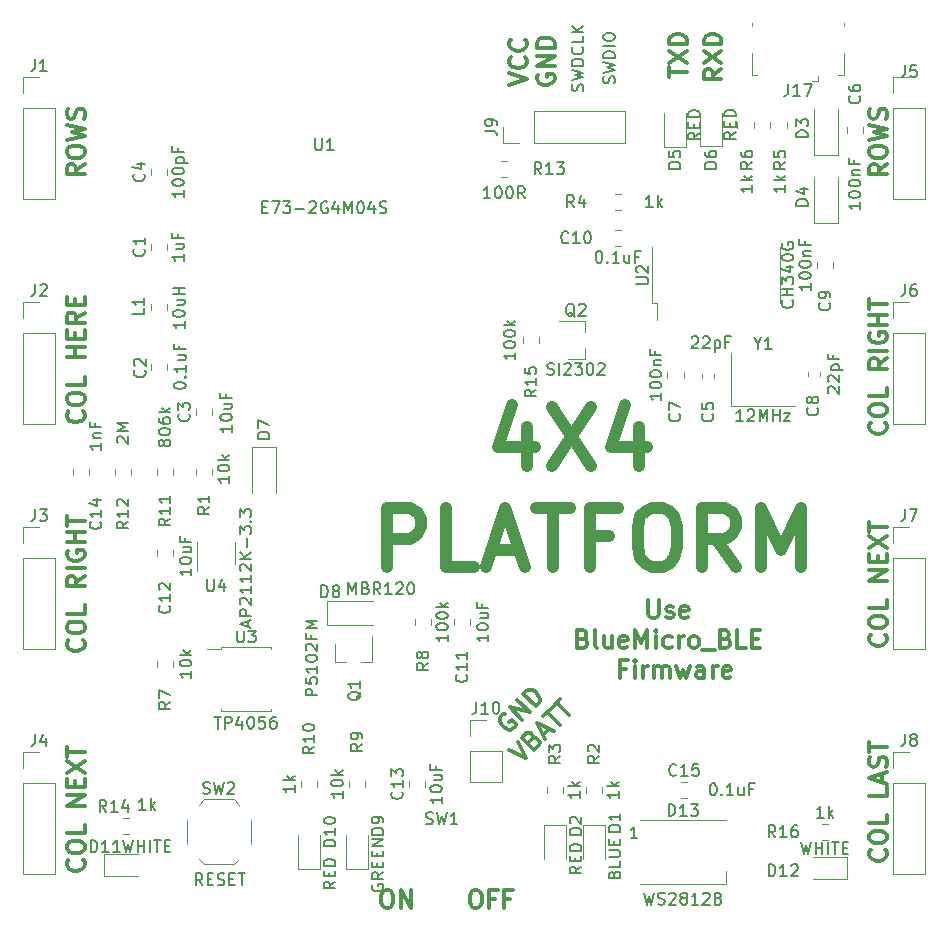
<source format=gbr>
G04 #@! TF.GenerationSoftware,KiCad,Pcbnew,(5.0.0)*
G04 #@! TF.CreationDate,2019-06-08T15:20:39-06:00*
G04 #@! TF.ProjectId,4x4_platform,3478345F706C6174666F726D2E6B6963,rev?*
G04 #@! TF.SameCoordinates,Original*
G04 #@! TF.FileFunction,Legend,Top*
G04 #@! TF.FilePolarity,Positive*
%FSLAX46Y46*%
G04 Gerber Fmt 4.6, Leading zero omitted, Abs format (unit mm)*
G04 Created by KiCad (PCBNEW (5.0.0)) date 06/08/19 15:20:39*
%MOMM*%
%LPD*%
G01*
G04 APERTURE LIST*
%ADD10C,0.300000*%
%ADD11C,1.000000*%
%ADD12C,0.150000*%
%ADD13C,0.120000*%
G04 APERTURE END LIST*
D10*
X116885986Y-134758230D02*
X116734463Y-134808738D01*
X116582941Y-134960261D01*
X116481925Y-135162291D01*
X116481925Y-135364322D01*
X116532433Y-135515845D01*
X116683956Y-135768383D01*
X116835479Y-135919906D01*
X117088017Y-136071429D01*
X117239540Y-136121936D01*
X117441570Y-136121936D01*
X117643601Y-136020921D01*
X117744616Y-135919906D01*
X117845631Y-135717875D01*
X117845631Y-135616860D01*
X117492078Y-135263307D01*
X117290047Y-135465337D01*
X118401215Y-135263307D02*
X117340555Y-134202647D01*
X119007307Y-134657215D01*
X117946647Y-133596555D01*
X119512383Y-134152139D02*
X118451723Y-133091479D01*
X118704261Y-132838941D01*
X118906291Y-132737925D01*
X119108322Y-132737925D01*
X119259845Y-132788433D01*
X119512383Y-132939956D01*
X119663906Y-133091479D01*
X119815429Y-133344017D01*
X119865936Y-133495540D01*
X119865936Y-133697570D01*
X119764921Y-133899601D01*
X119512383Y-134152139D01*
X117300149Y-137849297D02*
X118714362Y-138556404D01*
X118007255Y-137142190D01*
X119219438Y-136940160D02*
X119421469Y-136839144D01*
X119522484Y-136839144D01*
X119674007Y-136889652D01*
X119825530Y-137041175D01*
X119876038Y-137192698D01*
X119876038Y-137293713D01*
X119825530Y-137445236D01*
X119421469Y-137849297D01*
X118360809Y-136788637D01*
X118714362Y-136435083D01*
X118865885Y-136384576D01*
X118966900Y-136384576D01*
X119118423Y-136435083D01*
X119219438Y-136536099D01*
X119269946Y-136687622D01*
X119269946Y-136788637D01*
X119219438Y-136940160D01*
X118865885Y-137293713D01*
X120128576Y-136536099D02*
X120633652Y-136031022D01*
X120330606Y-136940160D02*
X119623499Y-135525946D01*
X121037713Y-136233053D01*
X120179083Y-134970362D02*
X120785175Y-134364271D01*
X121542789Y-135727977D02*
X120482129Y-134667316D01*
X120987205Y-134162240D02*
X121593297Y-133556149D01*
X122350911Y-134919855D02*
X121290251Y-133859194D01*
X129068000Y-125152571D02*
X129068000Y-126366857D01*
X129139428Y-126509714D01*
X129210857Y-126581142D01*
X129353714Y-126652571D01*
X129639428Y-126652571D01*
X129782285Y-126581142D01*
X129853714Y-126509714D01*
X129925142Y-126366857D01*
X129925142Y-125152571D01*
X130568000Y-126581142D02*
X130710857Y-126652571D01*
X130996571Y-126652571D01*
X131139428Y-126581142D01*
X131210857Y-126438285D01*
X131210857Y-126366857D01*
X131139428Y-126224000D01*
X130996571Y-126152571D01*
X130782285Y-126152571D01*
X130639428Y-126081142D01*
X130568000Y-125938285D01*
X130568000Y-125866857D01*
X130639428Y-125724000D01*
X130782285Y-125652571D01*
X130996571Y-125652571D01*
X131139428Y-125724000D01*
X132425142Y-126581142D02*
X132282285Y-126652571D01*
X131996571Y-126652571D01*
X131853714Y-126581142D01*
X131782285Y-126438285D01*
X131782285Y-125866857D01*
X131853714Y-125724000D01*
X131996571Y-125652571D01*
X132282285Y-125652571D01*
X132425142Y-125724000D01*
X132496571Y-125866857D01*
X132496571Y-126009714D01*
X131782285Y-126152571D01*
X123532285Y-128416857D02*
X123746571Y-128488285D01*
X123818000Y-128559714D01*
X123889428Y-128702571D01*
X123889428Y-128916857D01*
X123818000Y-129059714D01*
X123746571Y-129131142D01*
X123603714Y-129202571D01*
X123032285Y-129202571D01*
X123032285Y-127702571D01*
X123532285Y-127702571D01*
X123675142Y-127774000D01*
X123746571Y-127845428D01*
X123818000Y-127988285D01*
X123818000Y-128131142D01*
X123746571Y-128274000D01*
X123675142Y-128345428D01*
X123532285Y-128416857D01*
X123032285Y-128416857D01*
X124746571Y-129202571D02*
X124603714Y-129131142D01*
X124532285Y-128988285D01*
X124532285Y-127702571D01*
X125960857Y-128202571D02*
X125960857Y-129202571D01*
X125318000Y-128202571D02*
X125318000Y-128988285D01*
X125389428Y-129131142D01*
X125532285Y-129202571D01*
X125746571Y-129202571D01*
X125889428Y-129131142D01*
X125960857Y-129059714D01*
X127246571Y-129131142D02*
X127103714Y-129202571D01*
X126818000Y-129202571D01*
X126675142Y-129131142D01*
X126603714Y-128988285D01*
X126603714Y-128416857D01*
X126675142Y-128274000D01*
X126818000Y-128202571D01*
X127103714Y-128202571D01*
X127246571Y-128274000D01*
X127318000Y-128416857D01*
X127318000Y-128559714D01*
X126603714Y-128702571D01*
X127960857Y-129202571D02*
X127960857Y-127702571D01*
X128460857Y-128774000D01*
X128960857Y-127702571D01*
X128960857Y-129202571D01*
X129675142Y-129202571D02*
X129675142Y-128202571D01*
X129675142Y-127702571D02*
X129603714Y-127774000D01*
X129675142Y-127845428D01*
X129746571Y-127774000D01*
X129675142Y-127702571D01*
X129675142Y-127845428D01*
X131032285Y-129131142D02*
X130889428Y-129202571D01*
X130603714Y-129202571D01*
X130460857Y-129131142D01*
X130389428Y-129059714D01*
X130318000Y-128916857D01*
X130318000Y-128488285D01*
X130389428Y-128345428D01*
X130460857Y-128274000D01*
X130603714Y-128202571D01*
X130889428Y-128202571D01*
X131032285Y-128274000D01*
X131675142Y-129202571D02*
X131675142Y-128202571D01*
X131675142Y-128488285D02*
X131746571Y-128345428D01*
X131818000Y-128274000D01*
X131960857Y-128202571D01*
X132103714Y-128202571D01*
X132818000Y-129202571D02*
X132675142Y-129131142D01*
X132603714Y-129059714D01*
X132532285Y-128916857D01*
X132532285Y-128488285D01*
X132603714Y-128345428D01*
X132675142Y-128274000D01*
X132818000Y-128202571D01*
X133032285Y-128202571D01*
X133175142Y-128274000D01*
X133246571Y-128345428D01*
X133318000Y-128488285D01*
X133318000Y-128916857D01*
X133246571Y-129059714D01*
X133175142Y-129131142D01*
X133032285Y-129202571D01*
X132818000Y-129202571D01*
X133603714Y-129345428D02*
X134746571Y-129345428D01*
X135603714Y-128416857D02*
X135818000Y-128488285D01*
X135889428Y-128559714D01*
X135960857Y-128702571D01*
X135960857Y-128916857D01*
X135889428Y-129059714D01*
X135818000Y-129131142D01*
X135675142Y-129202571D01*
X135103714Y-129202571D01*
X135103714Y-127702571D01*
X135603714Y-127702571D01*
X135746571Y-127774000D01*
X135818000Y-127845428D01*
X135889428Y-127988285D01*
X135889428Y-128131142D01*
X135818000Y-128274000D01*
X135746571Y-128345428D01*
X135603714Y-128416857D01*
X135103714Y-128416857D01*
X137318000Y-129202571D02*
X136603714Y-129202571D01*
X136603714Y-127702571D01*
X137818000Y-128416857D02*
X138318000Y-128416857D01*
X138532285Y-129202571D02*
X137818000Y-129202571D01*
X137818000Y-127702571D01*
X138532285Y-127702571D01*
X127139428Y-130966857D02*
X126639428Y-130966857D01*
X126639428Y-131752571D02*
X126639428Y-130252571D01*
X127353714Y-130252571D01*
X127925142Y-131752571D02*
X127925142Y-130752571D01*
X127925142Y-130252571D02*
X127853714Y-130324000D01*
X127925142Y-130395428D01*
X127996571Y-130324000D01*
X127925142Y-130252571D01*
X127925142Y-130395428D01*
X128639428Y-131752571D02*
X128639428Y-130752571D01*
X128639428Y-131038285D02*
X128710857Y-130895428D01*
X128782285Y-130824000D01*
X128925142Y-130752571D01*
X129068000Y-130752571D01*
X129568000Y-131752571D02*
X129568000Y-130752571D01*
X129568000Y-130895428D02*
X129639428Y-130824000D01*
X129782285Y-130752571D01*
X129996571Y-130752571D01*
X130139428Y-130824000D01*
X130210857Y-130966857D01*
X130210857Y-131752571D01*
X130210857Y-130966857D02*
X130282285Y-130824000D01*
X130425142Y-130752571D01*
X130639428Y-130752571D01*
X130782285Y-130824000D01*
X130853714Y-130966857D01*
X130853714Y-131752571D01*
X131425142Y-130752571D02*
X131710857Y-131752571D01*
X131996571Y-131038285D01*
X132282285Y-131752571D01*
X132568000Y-130752571D01*
X133782285Y-131752571D02*
X133782285Y-130966857D01*
X133710857Y-130824000D01*
X133568000Y-130752571D01*
X133282285Y-130752571D01*
X133139428Y-130824000D01*
X133782285Y-131681142D02*
X133639428Y-131752571D01*
X133282285Y-131752571D01*
X133139428Y-131681142D01*
X133068000Y-131538285D01*
X133068000Y-131395428D01*
X133139428Y-131252571D01*
X133282285Y-131181142D01*
X133639428Y-131181142D01*
X133782285Y-131109714D01*
X134496571Y-131752571D02*
X134496571Y-130752571D01*
X134496571Y-131038285D02*
X134568000Y-130895428D01*
X134639428Y-130824000D01*
X134782285Y-130752571D01*
X134925142Y-130752571D01*
X135996571Y-131681142D02*
X135853714Y-131752571D01*
X135568000Y-131752571D01*
X135425142Y-131681142D01*
X135353714Y-131538285D01*
X135353714Y-130966857D01*
X135425142Y-130824000D01*
X135568000Y-130752571D01*
X135853714Y-130752571D01*
X135996571Y-130824000D01*
X136068000Y-130966857D01*
X136068000Y-131109714D01*
X135353714Y-131252571D01*
X149125714Y-146275714D02*
X149197142Y-146347142D01*
X149268571Y-146561428D01*
X149268571Y-146704285D01*
X149197142Y-146918571D01*
X149054285Y-147061428D01*
X148911428Y-147132857D01*
X148625714Y-147204285D01*
X148411428Y-147204285D01*
X148125714Y-147132857D01*
X147982857Y-147061428D01*
X147840000Y-146918571D01*
X147768571Y-146704285D01*
X147768571Y-146561428D01*
X147840000Y-146347142D01*
X147911428Y-146275714D01*
X147768571Y-145347142D02*
X147768571Y-145061428D01*
X147840000Y-144918571D01*
X147982857Y-144775714D01*
X148268571Y-144704285D01*
X148768571Y-144704285D01*
X149054285Y-144775714D01*
X149197142Y-144918571D01*
X149268571Y-145061428D01*
X149268571Y-145347142D01*
X149197142Y-145490000D01*
X149054285Y-145632857D01*
X148768571Y-145704285D01*
X148268571Y-145704285D01*
X147982857Y-145632857D01*
X147840000Y-145490000D01*
X147768571Y-145347142D01*
X149268571Y-143347142D02*
X149268571Y-144061428D01*
X147768571Y-144061428D01*
X149268571Y-140990000D02*
X149268571Y-141704285D01*
X147768571Y-141704285D01*
X148840000Y-140561428D02*
X148840000Y-139847142D01*
X149268571Y-140704285D02*
X147768571Y-140204285D01*
X149268571Y-139704285D01*
X149197142Y-139275714D02*
X149268571Y-139061428D01*
X149268571Y-138704285D01*
X149197142Y-138561428D01*
X149125714Y-138490000D01*
X148982857Y-138418571D01*
X148840000Y-138418571D01*
X148697142Y-138490000D01*
X148625714Y-138561428D01*
X148554285Y-138704285D01*
X148482857Y-138990000D01*
X148411428Y-139132857D01*
X148340000Y-139204285D01*
X148197142Y-139275714D01*
X148054285Y-139275714D01*
X147911428Y-139204285D01*
X147840000Y-139132857D01*
X147768571Y-138990000D01*
X147768571Y-138632857D01*
X147840000Y-138418571D01*
X147768571Y-137990000D02*
X147768571Y-137132857D01*
X149268571Y-137561428D02*
X147768571Y-137561428D01*
X149125714Y-128075000D02*
X149197142Y-128146428D01*
X149268571Y-128360714D01*
X149268571Y-128503571D01*
X149197142Y-128717857D01*
X149054285Y-128860714D01*
X148911428Y-128932142D01*
X148625714Y-129003571D01*
X148411428Y-129003571D01*
X148125714Y-128932142D01*
X147982857Y-128860714D01*
X147840000Y-128717857D01*
X147768571Y-128503571D01*
X147768571Y-128360714D01*
X147840000Y-128146428D01*
X147911428Y-128075000D01*
X147768571Y-127146428D02*
X147768571Y-126860714D01*
X147840000Y-126717857D01*
X147982857Y-126575000D01*
X148268571Y-126503571D01*
X148768571Y-126503571D01*
X149054285Y-126575000D01*
X149197142Y-126717857D01*
X149268571Y-126860714D01*
X149268571Y-127146428D01*
X149197142Y-127289285D01*
X149054285Y-127432142D01*
X148768571Y-127503571D01*
X148268571Y-127503571D01*
X147982857Y-127432142D01*
X147840000Y-127289285D01*
X147768571Y-127146428D01*
X149268571Y-125146428D02*
X149268571Y-125860714D01*
X147768571Y-125860714D01*
X149268571Y-123503571D02*
X147768571Y-123503571D01*
X149268571Y-122646428D01*
X147768571Y-122646428D01*
X148482857Y-121932142D02*
X148482857Y-121432142D01*
X149268571Y-121217857D02*
X149268571Y-121932142D01*
X147768571Y-121932142D01*
X147768571Y-121217857D01*
X147768571Y-120717857D02*
X149268571Y-119717857D01*
X147768571Y-119717857D02*
X149268571Y-120717857D01*
X147768571Y-119360714D02*
X147768571Y-118503571D01*
X149268571Y-118932142D02*
X147768571Y-118932142D01*
X81180714Y-147125000D02*
X81252142Y-147196428D01*
X81323571Y-147410714D01*
X81323571Y-147553571D01*
X81252142Y-147767857D01*
X81109285Y-147910714D01*
X80966428Y-147982142D01*
X80680714Y-148053571D01*
X80466428Y-148053571D01*
X80180714Y-147982142D01*
X80037857Y-147910714D01*
X79895000Y-147767857D01*
X79823571Y-147553571D01*
X79823571Y-147410714D01*
X79895000Y-147196428D01*
X79966428Y-147125000D01*
X79823571Y-146196428D02*
X79823571Y-145910714D01*
X79895000Y-145767857D01*
X80037857Y-145625000D01*
X80323571Y-145553571D01*
X80823571Y-145553571D01*
X81109285Y-145625000D01*
X81252142Y-145767857D01*
X81323571Y-145910714D01*
X81323571Y-146196428D01*
X81252142Y-146339285D01*
X81109285Y-146482142D01*
X80823571Y-146553571D01*
X80323571Y-146553571D01*
X80037857Y-146482142D01*
X79895000Y-146339285D01*
X79823571Y-146196428D01*
X81323571Y-144196428D02*
X81323571Y-144910714D01*
X79823571Y-144910714D01*
X81323571Y-142553571D02*
X79823571Y-142553571D01*
X81323571Y-141696428D01*
X79823571Y-141696428D01*
X80537857Y-140982142D02*
X80537857Y-140482142D01*
X81323571Y-140267857D02*
X81323571Y-140982142D01*
X79823571Y-140982142D01*
X79823571Y-140267857D01*
X79823571Y-139767857D02*
X81323571Y-138767857D01*
X79823571Y-138767857D02*
X81323571Y-139767857D01*
X79823571Y-138410714D02*
X79823571Y-137553571D01*
X81323571Y-137982142D02*
X79823571Y-137982142D01*
X149125714Y-110124285D02*
X149197142Y-110195714D01*
X149268571Y-110410000D01*
X149268571Y-110552857D01*
X149197142Y-110767142D01*
X149054285Y-110910000D01*
X148911428Y-110981428D01*
X148625714Y-111052857D01*
X148411428Y-111052857D01*
X148125714Y-110981428D01*
X147982857Y-110910000D01*
X147840000Y-110767142D01*
X147768571Y-110552857D01*
X147768571Y-110410000D01*
X147840000Y-110195714D01*
X147911428Y-110124285D01*
X147768571Y-109195714D02*
X147768571Y-108910000D01*
X147840000Y-108767142D01*
X147982857Y-108624285D01*
X148268571Y-108552857D01*
X148768571Y-108552857D01*
X149054285Y-108624285D01*
X149197142Y-108767142D01*
X149268571Y-108910000D01*
X149268571Y-109195714D01*
X149197142Y-109338571D01*
X149054285Y-109481428D01*
X148768571Y-109552857D01*
X148268571Y-109552857D01*
X147982857Y-109481428D01*
X147840000Y-109338571D01*
X147768571Y-109195714D01*
X149268571Y-107195714D02*
X149268571Y-107910000D01*
X147768571Y-107910000D01*
X149268571Y-104695714D02*
X148554285Y-105195714D01*
X149268571Y-105552857D02*
X147768571Y-105552857D01*
X147768571Y-104981428D01*
X147840000Y-104838571D01*
X147911428Y-104767142D01*
X148054285Y-104695714D01*
X148268571Y-104695714D01*
X148411428Y-104767142D01*
X148482857Y-104838571D01*
X148554285Y-104981428D01*
X148554285Y-105552857D01*
X149268571Y-104052857D02*
X147768571Y-104052857D01*
X147840000Y-102552857D02*
X147768571Y-102695714D01*
X147768571Y-102910000D01*
X147840000Y-103124285D01*
X147982857Y-103267142D01*
X148125714Y-103338571D01*
X148411428Y-103410000D01*
X148625714Y-103410000D01*
X148911428Y-103338571D01*
X149054285Y-103267142D01*
X149197142Y-103124285D01*
X149268571Y-102910000D01*
X149268571Y-102767142D01*
X149197142Y-102552857D01*
X149125714Y-102481428D01*
X148625714Y-102481428D01*
X148625714Y-102767142D01*
X149268571Y-101838571D02*
X147768571Y-101838571D01*
X148482857Y-101838571D02*
X148482857Y-100981428D01*
X149268571Y-100981428D02*
X147768571Y-100981428D01*
X147768571Y-100481428D02*
X147768571Y-99624285D01*
X149268571Y-100052857D02*
X147768571Y-100052857D01*
X81180714Y-128539285D02*
X81252142Y-128610714D01*
X81323571Y-128825000D01*
X81323571Y-128967857D01*
X81252142Y-129182142D01*
X81109285Y-129325000D01*
X80966428Y-129396428D01*
X80680714Y-129467857D01*
X80466428Y-129467857D01*
X80180714Y-129396428D01*
X80037857Y-129325000D01*
X79895000Y-129182142D01*
X79823571Y-128967857D01*
X79823571Y-128825000D01*
X79895000Y-128610714D01*
X79966428Y-128539285D01*
X79823571Y-127610714D02*
X79823571Y-127325000D01*
X79895000Y-127182142D01*
X80037857Y-127039285D01*
X80323571Y-126967857D01*
X80823571Y-126967857D01*
X81109285Y-127039285D01*
X81252142Y-127182142D01*
X81323571Y-127325000D01*
X81323571Y-127610714D01*
X81252142Y-127753571D01*
X81109285Y-127896428D01*
X80823571Y-127967857D01*
X80323571Y-127967857D01*
X80037857Y-127896428D01*
X79895000Y-127753571D01*
X79823571Y-127610714D01*
X81323571Y-125610714D02*
X81323571Y-126325000D01*
X79823571Y-126325000D01*
X81323571Y-123110714D02*
X80609285Y-123610714D01*
X81323571Y-123967857D02*
X79823571Y-123967857D01*
X79823571Y-123396428D01*
X79895000Y-123253571D01*
X79966428Y-123182142D01*
X80109285Y-123110714D01*
X80323571Y-123110714D01*
X80466428Y-123182142D01*
X80537857Y-123253571D01*
X80609285Y-123396428D01*
X80609285Y-123967857D01*
X81323571Y-122467857D02*
X79823571Y-122467857D01*
X79895000Y-120967857D02*
X79823571Y-121110714D01*
X79823571Y-121325000D01*
X79895000Y-121539285D01*
X80037857Y-121682142D01*
X80180714Y-121753571D01*
X80466428Y-121825000D01*
X80680714Y-121825000D01*
X80966428Y-121753571D01*
X81109285Y-121682142D01*
X81252142Y-121539285D01*
X81323571Y-121325000D01*
X81323571Y-121182142D01*
X81252142Y-120967857D01*
X81180714Y-120896428D01*
X80680714Y-120896428D01*
X80680714Y-121182142D01*
X81323571Y-120253571D02*
X79823571Y-120253571D01*
X80537857Y-120253571D02*
X80537857Y-119396428D01*
X81323571Y-119396428D02*
X79823571Y-119396428D01*
X79823571Y-118896428D02*
X79823571Y-118039285D01*
X81323571Y-118467857D02*
X79823571Y-118467857D01*
X81180714Y-109167857D02*
X81252142Y-109239285D01*
X81323571Y-109453571D01*
X81323571Y-109596428D01*
X81252142Y-109810714D01*
X81109285Y-109953571D01*
X80966428Y-110025000D01*
X80680714Y-110096428D01*
X80466428Y-110096428D01*
X80180714Y-110025000D01*
X80037857Y-109953571D01*
X79895000Y-109810714D01*
X79823571Y-109596428D01*
X79823571Y-109453571D01*
X79895000Y-109239285D01*
X79966428Y-109167857D01*
X79823571Y-108239285D02*
X79823571Y-107953571D01*
X79895000Y-107810714D01*
X80037857Y-107667857D01*
X80323571Y-107596428D01*
X80823571Y-107596428D01*
X81109285Y-107667857D01*
X81252142Y-107810714D01*
X81323571Y-107953571D01*
X81323571Y-108239285D01*
X81252142Y-108382142D01*
X81109285Y-108525000D01*
X80823571Y-108596428D01*
X80323571Y-108596428D01*
X80037857Y-108525000D01*
X79895000Y-108382142D01*
X79823571Y-108239285D01*
X81323571Y-106239285D02*
X81323571Y-106953571D01*
X79823571Y-106953571D01*
X81323571Y-104596428D02*
X79823571Y-104596428D01*
X80537857Y-104596428D02*
X80537857Y-103739285D01*
X81323571Y-103739285D02*
X79823571Y-103739285D01*
X80537857Y-103025000D02*
X80537857Y-102525000D01*
X81323571Y-102310714D02*
X81323571Y-103025000D01*
X79823571Y-103025000D01*
X79823571Y-102310714D01*
X81323571Y-100810714D02*
X80609285Y-101310714D01*
X81323571Y-101667857D02*
X79823571Y-101667857D01*
X79823571Y-101096428D01*
X79895000Y-100953571D01*
X79966428Y-100882142D01*
X80109285Y-100810714D01*
X80323571Y-100810714D01*
X80466428Y-100882142D01*
X80537857Y-100953571D01*
X80609285Y-101096428D01*
X80609285Y-101667857D01*
X80537857Y-100167857D02*
X80537857Y-99667857D01*
X81323571Y-99453571D02*
X81323571Y-100167857D01*
X79823571Y-100167857D01*
X79823571Y-99453571D01*
X149268571Y-88252857D02*
X148554285Y-88752857D01*
X149268571Y-89110000D02*
X147768571Y-89110000D01*
X147768571Y-88538571D01*
X147840000Y-88395714D01*
X147911428Y-88324285D01*
X148054285Y-88252857D01*
X148268571Y-88252857D01*
X148411428Y-88324285D01*
X148482857Y-88395714D01*
X148554285Y-88538571D01*
X148554285Y-89110000D01*
X147768571Y-87324285D02*
X147768571Y-87038571D01*
X147840000Y-86895714D01*
X147982857Y-86752857D01*
X148268571Y-86681428D01*
X148768571Y-86681428D01*
X149054285Y-86752857D01*
X149197142Y-86895714D01*
X149268571Y-87038571D01*
X149268571Y-87324285D01*
X149197142Y-87467142D01*
X149054285Y-87610000D01*
X148768571Y-87681428D01*
X148268571Y-87681428D01*
X147982857Y-87610000D01*
X147840000Y-87467142D01*
X147768571Y-87324285D01*
X147768571Y-86181428D02*
X149268571Y-85824285D01*
X148197142Y-85538571D01*
X149268571Y-85252857D01*
X147768571Y-84895714D01*
X149197142Y-84395714D02*
X149268571Y-84181428D01*
X149268571Y-83824285D01*
X149197142Y-83681428D01*
X149125714Y-83610000D01*
X148982857Y-83538571D01*
X148840000Y-83538571D01*
X148697142Y-83610000D01*
X148625714Y-83681428D01*
X148554285Y-83824285D01*
X148482857Y-84110000D01*
X148411428Y-84252857D01*
X148340000Y-84324285D01*
X148197142Y-84395714D01*
X148054285Y-84395714D01*
X147911428Y-84324285D01*
X147840000Y-84252857D01*
X147768571Y-84110000D01*
X147768571Y-83752857D01*
X147840000Y-83538571D01*
X81323571Y-88252857D02*
X80609285Y-88752857D01*
X81323571Y-89110000D02*
X79823571Y-89110000D01*
X79823571Y-88538571D01*
X79895000Y-88395714D01*
X79966428Y-88324285D01*
X80109285Y-88252857D01*
X80323571Y-88252857D01*
X80466428Y-88324285D01*
X80537857Y-88395714D01*
X80609285Y-88538571D01*
X80609285Y-89110000D01*
X79823571Y-87324285D02*
X79823571Y-87038571D01*
X79895000Y-86895714D01*
X80037857Y-86752857D01*
X80323571Y-86681428D01*
X80823571Y-86681428D01*
X81109285Y-86752857D01*
X81252142Y-86895714D01*
X81323571Y-87038571D01*
X81323571Y-87324285D01*
X81252142Y-87467142D01*
X81109285Y-87610000D01*
X80823571Y-87681428D01*
X80323571Y-87681428D01*
X80037857Y-87610000D01*
X79895000Y-87467142D01*
X79823571Y-87324285D01*
X79823571Y-86181428D02*
X81323571Y-85824285D01*
X80252142Y-85538571D01*
X81323571Y-85252857D01*
X79823571Y-84895714D01*
X81252142Y-84395714D02*
X81323571Y-84181428D01*
X81323571Y-83824285D01*
X81252142Y-83681428D01*
X81180714Y-83610000D01*
X81037857Y-83538571D01*
X80895000Y-83538571D01*
X80752142Y-83610000D01*
X80680714Y-83681428D01*
X80609285Y-83824285D01*
X80537857Y-84110000D01*
X80466428Y-84252857D01*
X80395000Y-84324285D01*
X80252142Y-84395714D01*
X80109285Y-84395714D01*
X79966428Y-84324285D01*
X79895000Y-84252857D01*
X79823571Y-84110000D01*
X79823571Y-83752857D01*
X79895000Y-83538571D01*
X114293828Y-149724371D02*
X114579542Y-149724371D01*
X114722400Y-149795800D01*
X114865257Y-149938657D01*
X114936685Y-150224371D01*
X114936685Y-150724371D01*
X114865257Y-151010085D01*
X114722400Y-151152942D01*
X114579542Y-151224371D01*
X114293828Y-151224371D01*
X114150971Y-151152942D01*
X114008114Y-151010085D01*
X113936685Y-150724371D01*
X113936685Y-150224371D01*
X114008114Y-149938657D01*
X114150971Y-149795800D01*
X114293828Y-149724371D01*
X116079542Y-150438657D02*
X115579542Y-150438657D01*
X115579542Y-151224371D02*
X115579542Y-149724371D01*
X116293828Y-149724371D01*
X117365257Y-150438657D02*
X116865257Y-150438657D01*
X116865257Y-151224371D02*
X116865257Y-149724371D01*
X117579542Y-149724371D01*
X106818228Y-149724371D02*
X107103942Y-149724371D01*
X107246800Y-149795800D01*
X107389657Y-149938657D01*
X107461085Y-150224371D01*
X107461085Y-150724371D01*
X107389657Y-151010085D01*
X107246800Y-151152942D01*
X107103942Y-151224371D01*
X106818228Y-151224371D01*
X106675371Y-151152942D01*
X106532514Y-151010085D01*
X106461085Y-150724371D01*
X106461085Y-150224371D01*
X106532514Y-149938657D01*
X106675371Y-149795800D01*
X106818228Y-149724371D01*
X108103942Y-151224371D02*
X108103942Y-149724371D01*
X108961085Y-151224371D01*
X108961085Y-149724371D01*
D11*
X118745714Y-110502571D02*
X118745714Y-113835904D01*
X117555238Y-108597809D02*
X116364761Y-112169238D01*
X119460000Y-112169238D01*
X120888571Y-108835904D02*
X124221904Y-113835904D01*
X124221904Y-108835904D02*
X120888571Y-113835904D01*
X128269523Y-110502571D02*
X128269523Y-113835904D01*
X127079047Y-108597809D02*
X125888571Y-112169238D01*
X128983809Y-112169238D01*
X106960000Y-122335904D02*
X106960000Y-117335904D01*
X108864761Y-117335904D01*
X109340952Y-117574000D01*
X109579047Y-117812095D01*
X109817142Y-118288285D01*
X109817142Y-119002571D01*
X109579047Y-119478761D01*
X109340952Y-119716857D01*
X108864761Y-119954952D01*
X106960000Y-119954952D01*
X114340952Y-122335904D02*
X111960000Y-122335904D01*
X111960000Y-117335904D01*
X115769523Y-120907333D02*
X118150476Y-120907333D01*
X115293333Y-122335904D02*
X116960000Y-117335904D01*
X118626666Y-122335904D01*
X119579047Y-117335904D02*
X122436190Y-117335904D01*
X121007619Y-122335904D02*
X121007619Y-117335904D01*
X125769523Y-119716857D02*
X124102857Y-119716857D01*
X124102857Y-122335904D02*
X124102857Y-117335904D01*
X126483809Y-117335904D01*
X129340952Y-117335904D02*
X130293333Y-117335904D01*
X130769523Y-117574000D01*
X131245714Y-118050190D01*
X131483809Y-119002571D01*
X131483809Y-120669238D01*
X131245714Y-121621619D01*
X130769523Y-122097809D01*
X130293333Y-122335904D01*
X129340952Y-122335904D01*
X128864761Y-122097809D01*
X128388571Y-121621619D01*
X128150476Y-120669238D01*
X128150476Y-119002571D01*
X128388571Y-118050190D01*
X128864761Y-117574000D01*
X129340952Y-117335904D01*
X136483809Y-122335904D02*
X134817142Y-119954952D01*
X133626666Y-122335904D02*
X133626666Y-117335904D01*
X135531428Y-117335904D01*
X136007619Y-117574000D01*
X136245714Y-117812095D01*
X136483809Y-118288285D01*
X136483809Y-119002571D01*
X136245714Y-119478761D01*
X136007619Y-119716857D01*
X135531428Y-119954952D01*
X133626666Y-119954952D01*
X138626666Y-122335904D02*
X138626666Y-117335904D01*
X140293333Y-120907333D01*
X141960000Y-117335904D01*
X141960000Y-122335904D01*
D10*
X135247771Y-80171800D02*
X134533485Y-80671800D01*
X135247771Y-81028942D02*
X133747771Y-81028942D01*
X133747771Y-80457514D01*
X133819200Y-80314657D01*
X133890628Y-80243228D01*
X134033485Y-80171800D01*
X134247771Y-80171800D01*
X134390628Y-80243228D01*
X134462057Y-80314657D01*
X134533485Y-80457514D01*
X134533485Y-81028942D01*
X133747771Y-79671800D02*
X135247771Y-78671800D01*
X133747771Y-78671800D02*
X135247771Y-79671800D01*
X135247771Y-78100371D02*
X133747771Y-78100371D01*
X133747771Y-77743228D01*
X133819200Y-77528942D01*
X133962057Y-77386085D01*
X134104914Y-77314657D01*
X134390628Y-77243228D01*
X134604914Y-77243228D01*
X134890628Y-77314657D01*
X135033485Y-77386085D01*
X135176342Y-77528942D01*
X135247771Y-77743228D01*
X135247771Y-78100371D01*
X130826771Y-80861457D02*
X130826771Y-80004314D01*
X132326771Y-80432885D02*
X130826771Y-80432885D01*
X130826771Y-79647171D02*
X132326771Y-78647171D01*
X130826771Y-78647171D02*
X132326771Y-79647171D01*
X132326771Y-78075742D02*
X130826771Y-78075742D01*
X130826771Y-77718600D01*
X130898200Y-77504314D01*
X131041057Y-77361457D01*
X131183914Y-77290028D01*
X131469628Y-77218600D01*
X131683914Y-77218600D01*
X131969628Y-77290028D01*
X132112485Y-77361457D01*
X132255342Y-77504314D01*
X132326771Y-77718600D01*
X132326771Y-78075742D01*
D12*
X126185561Y-81392447D02*
X126233180Y-81249590D01*
X126233180Y-81011495D01*
X126185561Y-80916257D01*
X126137942Y-80868638D01*
X126042704Y-80821019D01*
X125947466Y-80821019D01*
X125852228Y-80868638D01*
X125804609Y-80916257D01*
X125756990Y-81011495D01*
X125709371Y-81201971D01*
X125661752Y-81297209D01*
X125614133Y-81344828D01*
X125518895Y-81392447D01*
X125423657Y-81392447D01*
X125328419Y-81344828D01*
X125280800Y-81297209D01*
X125233180Y-81201971D01*
X125233180Y-80963876D01*
X125280800Y-80821019D01*
X125233180Y-80487685D02*
X126233180Y-80249590D01*
X125518895Y-80059114D01*
X126233180Y-79868638D01*
X125233180Y-79630542D01*
X126233180Y-79249590D02*
X125233180Y-79249590D01*
X125233180Y-79011495D01*
X125280800Y-78868638D01*
X125376038Y-78773400D01*
X125471276Y-78725780D01*
X125661752Y-78678161D01*
X125804609Y-78678161D01*
X125995085Y-78725780D01*
X126090323Y-78773400D01*
X126185561Y-78868638D01*
X126233180Y-79011495D01*
X126233180Y-79249590D01*
X126233180Y-78249590D02*
X125233180Y-78249590D01*
X125233180Y-77582923D02*
X125233180Y-77392447D01*
X125280800Y-77297209D01*
X125376038Y-77201971D01*
X125566514Y-77154352D01*
X125899847Y-77154352D01*
X126090323Y-77201971D01*
X126185561Y-77297209D01*
X126233180Y-77392447D01*
X126233180Y-77582923D01*
X126185561Y-77678161D01*
X126090323Y-77773400D01*
X125899847Y-77821019D01*
X125566514Y-77821019D01*
X125376038Y-77773400D01*
X125280800Y-77678161D01*
X125233180Y-77582923D01*
X123518561Y-82035304D02*
X123566180Y-81892447D01*
X123566180Y-81654352D01*
X123518561Y-81559114D01*
X123470942Y-81511495D01*
X123375704Y-81463876D01*
X123280466Y-81463876D01*
X123185228Y-81511495D01*
X123137609Y-81559114D01*
X123089990Y-81654352D01*
X123042371Y-81844828D01*
X122994752Y-81940066D01*
X122947133Y-81987685D01*
X122851895Y-82035304D01*
X122756657Y-82035304D01*
X122661419Y-81987685D01*
X122613800Y-81940066D01*
X122566180Y-81844828D01*
X122566180Y-81606733D01*
X122613800Y-81463876D01*
X122566180Y-81130542D02*
X123566180Y-80892447D01*
X122851895Y-80701971D01*
X123566180Y-80511495D01*
X122566180Y-80273400D01*
X123566180Y-79892447D02*
X122566180Y-79892447D01*
X122566180Y-79654352D01*
X122613800Y-79511495D01*
X122709038Y-79416257D01*
X122804276Y-79368638D01*
X122994752Y-79321019D01*
X123137609Y-79321019D01*
X123328085Y-79368638D01*
X123423323Y-79416257D01*
X123518561Y-79511495D01*
X123566180Y-79654352D01*
X123566180Y-79892447D01*
X123470942Y-78321019D02*
X123518561Y-78368638D01*
X123566180Y-78511495D01*
X123566180Y-78606733D01*
X123518561Y-78749590D01*
X123423323Y-78844828D01*
X123328085Y-78892447D01*
X123137609Y-78940066D01*
X122994752Y-78940066D01*
X122804276Y-78892447D01*
X122709038Y-78844828D01*
X122613800Y-78749590D01*
X122566180Y-78606733D01*
X122566180Y-78511495D01*
X122613800Y-78368638D01*
X122661419Y-78321019D01*
X123566180Y-77416257D02*
X123566180Y-77892447D01*
X122566180Y-77892447D01*
X123566180Y-77082923D02*
X122566180Y-77082923D01*
X123566180Y-76511495D02*
X122994752Y-76940066D01*
X122566180Y-76511495D02*
X123137609Y-77082923D01*
D10*
X119696800Y-80670257D02*
X119625371Y-80813114D01*
X119625371Y-81027400D01*
X119696800Y-81241685D01*
X119839657Y-81384542D01*
X119982514Y-81455971D01*
X120268228Y-81527400D01*
X120482514Y-81527400D01*
X120768228Y-81455971D01*
X120911085Y-81384542D01*
X121053942Y-81241685D01*
X121125371Y-81027400D01*
X121125371Y-80884542D01*
X121053942Y-80670257D01*
X120982514Y-80598828D01*
X120482514Y-80598828D01*
X120482514Y-80884542D01*
X121125371Y-79955971D02*
X119625371Y-79955971D01*
X121125371Y-79098828D01*
X119625371Y-79098828D01*
X121125371Y-78384542D02*
X119625371Y-78384542D01*
X119625371Y-78027400D01*
X119696800Y-77813114D01*
X119839657Y-77670257D01*
X119982514Y-77598828D01*
X120268228Y-77527400D01*
X120482514Y-77527400D01*
X120768228Y-77598828D01*
X120911085Y-77670257D01*
X121053942Y-77813114D01*
X121125371Y-78027400D01*
X121125371Y-78384542D01*
X117288571Y-81552800D02*
X118788571Y-81052800D01*
X117288571Y-80552800D01*
X118645714Y-79195657D02*
X118717142Y-79267085D01*
X118788571Y-79481371D01*
X118788571Y-79624228D01*
X118717142Y-79838514D01*
X118574285Y-79981371D01*
X118431428Y-80052800D01*
X118145714Y-80124228D01*
X117931428Y-80124228D01*
X117645714Y-80052800D01*
X117502857Y-79981371D01*
X117360000Y-79838514D01*
X117288571Y-79624228D01*
X117288571Y-79481371D01*
X117360000Y-79267085D01*
X117431428Y-79195657D01*
X118645714Y-77695657D02*
X118717142Y-77767085D01*
X118788571Y-77981371D01*
X118788571Y-78124228D01*
X118717142Y-78338514D01*
X118574285Y-78481371D01*
X118431428Y-78552800D01*
X118145714Y-78624228D01*
X117931428Y-78624228D01*
X117645714Y-78552800D01*
X117502857Y-78481371D01*
X117360000Y-78338514D01*
X117288571Y-78124228D01*
X117288571Y-77981371D01*
X117360000Y-77767085D01*
X117431428Y-77695657D01*
D13*
G04 #@! TO.C,J1*
X76140000Y-91182500D02*
X78800000Y-91182500D01*
X76140000Y-83502500D02*
X76140000Y-91182500D01*
X78800000Y-83502500D02*
X78800000Y-91182500D01*
X76140000Y-83502500D02*
X78800000Y-83502500D01*
X76140000Y-82232500D02*
X76140000Y-80902500D01*
X76140000Y-80902500D02*
X77470000Y-80902500D01*
G04 #@! TO.C,J2*
X76140000Y-99952500D02*
X77470000Y-99952500D01*
X76140000Y-101282500D02*
X76140000Y-99952500D01*
X76140000Y-102552500D02*
X78800000Y-102552500D01*
X78800000Y-102552500D02*
X78800000Y-110232500D01*
X76140000Y-102552500D02*
X76140000Y-110232500D01*
X76140000Y-110232500D02*
X78800000Y-110232500D01*
G04 #@! TO.C,J3*
X76140000Y-129282500D02*
X78800000Y-129282500D01*
X76140000Y-121602500D02*
X76140000Y-129282500D01*
X78800000Y-121602500D02*
X78800000Y-129282500D01*
X76140000Y-121602500D02*
X78800000Y-121602500D01*
X76140000Y-120332500D02*
X76140000Y-119002500D01*
X76140000Y-119002500D02*
X77470000Y-119002500D01*
G04 #@! TO.C,J4*
X76140000Y-138052500D02*
X77470000Y-138052500D01*
X76140000Y-139382500D02*
X76140000Y-138052500D01*
X76140000Y-140652500D02*
X78800000Y-140652500D01*
X78800000Y-140652500D02*
X78800000Y-148332500D01*
X76140000Y-140652500D02*
X76140000Y-148332500D01*
X76140000Y-148332500D02*
X78800000Y-148332500D01*
G04 #@! TO.C,J5*
X149800000Y-91182500D02*
X152460000Y-91182500D01*
X149800000Y-83502500D02*
X149800000Y-91182500D01*
X152460000Y-83502500D02*
X152460000Y-91182500D01*
X149800000Y-83502500D02*
X152460000Y-83502500D01*
X149800000Y-82232500D02*
X149800000Y-80902500D01*
X149800000Y-80902500D02*
X151130000Y-80902500D01*
G04 #@! TO.C,J6*
X149800000Y-99952500D02*
X151130000Y-99952500D01*
X149800000Y-101282500D02*
X149800000Y-99952500D01*
X149800000Y-102552500D02*
X152460000Y-102552500D01*
X152460000Y-102552500D02*
X152460000Y-110232500D01*
X149800000Y-102552500D02*
X149800000Y-110232500D01*
X149800000Y-110232500D02*
X152460000Y-110232500D01*
G04 #@! TO.C,J7*
X149800000Y-129282500D02*
X152460000Y-129282500D01*
X149800000Y-121602500D02*
X149800000Y-129282500D01*
X152460000Y-121602500D02*
X152460000Y-129282500D01*
X149800000Y-121602500D02*
X152460000Y-121602500D01*
X149800000Y-120332500D02*
X149800000Y-119002500D01*
X149800000Y-119002500D02*
X151130000Y-119002500D01*
G04 #@! TO.C,J8*
X149800000Y-138052500D02*
X151130000Y-138052500D01*
X149800000Y-139382500D02*
X149800000Y-138052500D01*
X149800000Y-140652500D02*
X152460000Y-140652500D01*
X152460000Y-140652500D02*
X152460000Y-148332500D01*
X149800000Y-140652500D02*
X149800000Y-148332500D01*
X149800000Y-148332500D02*
X152460000Y-148332500D01*
G04 #@! TO.C,C1*
X88340000Y-95511252D02*
X88340000Y-94988748D01*
X86920000Y-95511252D02*
X86920000Y-94988748D01*
G04 #@! TO.C,C2*
X88340000Y-105148748D02*
X88340000Y-105671252D01*
X86920000Y-105148748D02*
X86920000Y-105671252D01*
G04 #@! TO.C,C3*
X90730000Y-109481252D02*
X90730000Y-108958748D01*
X92150000Y-109481252D02*
X92150000Y-108958748D01*
G04 #@! TO.C,C4*
X88340000Y-89161252D02*
X88340000Y-88638748D01*
X86920000Y-89161252D02*
X86920000Y-88638748D01*
G04 #@! TO.C,L1*
X88340000Y-100068748D02*
X88340000Y-100591252D01*
X86920000Y-100068748D02*
X86920000Y-100591252D01*
G04 #@! TO.C,Q1*
X102544000Y-130366000D02*
X103474000Y-130366000D01*
X105704000Y-130366000D02*
X104774000Y-130366000D01*
X105704000Y-130366000D02*
X105704000Y-128206000D01*
X102544000Y-130366000D02*
X102544000Y-128906000D01*
G04 #@! TO.C,R1*
X90730000Y-114029748D02*
X90730000Y-114552252D01*
X92150000Y-114029748D02*
X92150000Y-114552252D01*
G04 #@! TO.C,J9*
X127060000Y-86420000D02*
X127060000Y-83760000D01*
X119380000Y-86420000D02*
X127060000Y-86420000D01*
X119380000Y-83760000D02*
X127060000Y-83760000D01*
X119380000Y-86420000D02*
X119380000Y-83760000D01*
X118110000Y-86420000D02*
X116780000Y-86420000D01*
X116780000Y-86420000D02*
X116780000Y-85090000D01*
G04 #@! TO.C,SW2*
X94410000Y-142480000D02*
X93960000Y-142030000D01*
X91010000Y-142480000D02*
X91460000Y-142030000D01*
X91010000Y-147080000D02*
X91460000Y-147530000D01*
X94410000Y-147080000D02*
X93960000Y-147530000D01*
X89960000Y-145780000D02*
X89960000Y-143780000D01*
X93960000Y-142030000D02*
X91460000Y-142030000D01*
X95460000Y-145780000D02*
X95460000Y-143780000D01*
X93960000Y-147530000D02*
X91460000Y-147530000D01*
G04 #@! TO.C,D1*
X123500000Y-144190000D02*
X123500000Y-147050000D01*
X125420000Y-144190000D02*
X123500000Y-144190000D01*
X125420000Y-147050000D02*
X125420000Y-144190000D01*
G04 #@! TO.C,D2*
X122118000Y-147050000D02*
X122118000Y-144190000D01*
X122118000Y-144190000D02*
X120198000Y-144190000D01*
X120198000Y-144190000D02*
X120198000Y-147050000D01*
G04 #@! TO.C,R2*
X125170000Y-141494251D02*
X125170000Y-140971747D01*
X123750000Y-141494251D02*
X123750000Y-140971747D01*
G04 #@! TO.C,R3*
X120448000Y-141476253D02*
X120448000Y-140953749D01*
X121868000Y-141476253D02*
X121868000Y-140953749D01*
G04 #@! TO.C,C5*
X133627400Y-105989333D02*
X133627400Y-106331867D01*
X134647400Y-105989333D02*
X134647400Y-106331867D01*
G04 #@! TO.C,C6*
X145848000Y-85082748D02*
X145848000Y-85605252D01*
X147268000Y-85082748D02*
X147268000Y-85605252D01*
G04 #@! TO.C,C7*
X130658800Y-105809148D02*
X130658800Y-106331652D01*
X132078800Y-105809148D02*
X132078800Y-106331652D01*
G04 #@! TO.C,C8*
X143613600Y-105811533D02*
X143613600Y-106154067D01*
X142593600Y-105811533D02*
X142593600Y-106154067D01*
G04 #@! TO.C,C9*
X144728000Y-96521747D02*
X144728000Y-97044251D01*
X143308000Y-96521747D02*
X143308000Y-97044251D01*
G04 #@! TO.C,C10*
X126221748Y-93778000D02*
X126744252Y-93778000D01*
X126221748Y-95198000D02*
X126744252Y-95198000D01*
G04 #@! TO.C,D3*
X143119600Y-87467000D02*
X143119600Y-83567000D01*
X145119600Y-87467000D02*
X145119600Y-83567000D01*
X143119600Y-87467000D02*
X145119600Y-87467000D01*
G04 #@! TO.C,D4*
X143119600Y-93257200D02*
X145119600Y-93257200D01*
X145119600Y-93257200D02*
X145119600Y-89357200D01*
X143119600Y-93257200D02*
X143119600Y-89357200D01*
G04 #@! TO.C,D5*
X130358000Y-83928601D02*
X130358000Y-86788601D01*
X130358000Y-86788601D02*
X132278000Y-86788601D01*
X132278000Y-86788601D02*
X132278000Y-83928601D01*
G04 #@! TO.C,D6*
X135326000Y-86746800D02*
X135326000Y-83886800D01*
X133406000Y-86746800D02*
X135326000Y-86746800D01*
X133406000Y-83886800D02*
X133406000Y-86746800D01*
G04 #@! TO.C,D7*
X97520000Y-112178000D02*
X95520000Y-112178000D01*
X95520000Y-112178000D02*
X95520000Y-116078000D01*
X97520000Y-112178000D02*
X97520000Y-116078000D01*
G04 #@! TO.C,R4*
X126221749Y-90730000D02*
X126744253Y-90730000D01*
X126221749Y-92150000D02*
X126744253Y-92150000D01*
G04 #@! TO.C,R5*
X139345600Y-84641948D02*
X139345600Y-85164452D01*
X140765600Y-84641948D02*
X140765600Y-85164452D01*
G04 #@! TO.C,R6*
X136602400Y-85173452D02*
X136602400Y-84650948D01*
X138022400Y-85173452D02*
X138022400Y-84650948D01*
G04 #@! TO.C,U2*
X129397800Y-100037600D02*
X129797800Y-100037600D01*
X129797800Y-100037600D02*
X129797800Y-101437600D01*
X129397800Y-100037600D02*
X129397800Y-95237600D01*
X140197800Y-100037600D02*
X140197800Y-95237600D01*
G04 #@! TO.C,Y1*
X136083400Y-104259200D02*
X136083400Y-108759200D01*
X136083400Y-108759200D02*
X141483400Y-108759200D01*
G04 #@! TO.C,J17*
X145606600Y-80654900D02*
X145156600Y-80654900D01*
X145606600Y-78804900D02*
X145606600Y-80654900D01*
X137806600Y-76254900D02*
X137806600Y-76504900D01*
X145606600Y-76254900D02*
X145606600Y-76504900D01*
X137806600Y-78804900D02*
X137806600Y-80654900D01*
X137806600Y-80654900D02*
X138256600Y-80654900D01*
X143406600Y-81204900D02*
X142956600Y-81204900D01*
X143406600Y-81204900D02*
X143406600Y-80754900D01*
G04 #@! TO.C,C11*
X113994000Y-126747747D02*
X113994000Y-127270251D01*
X112574000Y-126747747D02*
X112574000Y-127270251D01*
G04 #@! TO.C,C12*
X88848000Y-121428251D02*
X88848000Y-120905747D01*
X87428000Y-121428251D02*
X87428000Y-120905747D01*
G04 #@! TO.C,C13*
X108764000Y-140977252D02*
X108764000Y-140454748D01*
X110184000Y-140977252D02*
X110184000Y-140454748D01*
G04 #@! TO.C,C14*
X80316000Y-114038748D02*
X80316000Y-114561252D01*
X81736000Y-114038748D02*
X81736000Y-114561252D01*
G04 #@! TO.C,D8*
X101890000Y-125238000D02*
X101890000Y-127238000D01*
X101890000Y-127238000D02*
X105790000Y-127238000D01*
X101890000Y-125238000D02*
X105790000Y-125238000D01*
G04 #@! TO.C,D9*
X103434000Y-145050000D02*
X103434000Y-147910000D01*
X103434000Y-147910000D02*
X105354000Y-147910000D01*
X105354000Y-147910000D02*
X105354000Y-145050000D01*
G04 #@! TO.C,D10*
X101290000Y-147910000D02*
X101290000Y-145050000D01*
X99370000Y-147910000D02*
X101290000Y-147910000D01*
X99370000Y-145050000D02*
X99370000Y-147910000D01*
G04 #@! TO.C,J10*
X113986000Y-140522000D02*
X116646000Y-140522000D01*
X113986000Y-137922000D02*
X113986000Y-140522000D01*
X116646000Y-137922000D02*
X116646000Y-140522000D01*
X113986000Y-137922000D02*
X116646000Y-137922000D01*
X113986000Y-136652000D02*
X113986000Y-135322000D01*
X113986000Y-135322000D02*
X115316000Y-135322000D01*
G04 #@! TO.C,R7*
X87428000Y-130285748D02*
X87428000Y-130808252D01*
X88848000Y-130285748D02*
X88848000Y-130808252D01*
G04 #@! TO.C,R8*
X110692000Y-127261252D02*
X110692000Y-126738748D01*
X109272000Y-127261252D02*
X109272000Y-126738748D01*
G04 #@! TO.C,R9*
X105104000Y-140454748D02*
X105104000Y-140977252D01*
X103684000Y-140454748D02*
X103684000Y-140977252D01*
G04 #@! TO.C,R10*
X101040000Y-140445749D02*
X101040000Y-140968253D01*
X99620000Y-140445749D02*
X99620000Y-140968253D01*
G04 #@! TO.C,R11*
X87428000Y-114552252D02*
X87428000Y-114029748D01*
X88848000Y-114552252D02*
X88848000Y-114029748D01*
G04 #@! TO.C,R12*
X83872000Y-114038748D02*
X83872000Y-114561252D01*
X85292000Y-114038748D02*
X85292000Y-114561252D01*
G04 #@! TO.C,U3*
X97096000Y-129096000D02*
X92896000Y-129096000D01*
X97096000Y-134556000D02*
X92896000Y-134556000D01*
X97096000Y-134386000D02*
X97096000Y-134556000D01*
X92896000Y-134396000D02*
X92896000Y-134566000D01*
X97096000Y-129096000D02*
X97096000Y-129266000D01*
X92896000Y-129096000D02*
X92896000Y-129266000D01*
X92896000Y-129266000D02*
X91706000Y-129266000D01*
G04 #@! TO.C,U4*
X94066000Y-122058000D02*
X94066000Y-120258000D01*
X90846000Y-120258000D02*
X90846000Y-122708000D01*
G04 #@! TO.C,D11*
X82976000Y-148534000D02*
X85836000Y-148534000D01*
X82976000Y-146614000D02*
X82976000Y-148534000D01*
X85836000Y-146614000D02*
X82976000Y-146614000D01*
G04 #@! TO.C,D12*
X143009000Y-148788000D02*
X145869000Y-148788000D01*
X145869000Y-148788000D02*
X145869000Y-146868000D01*
X145869000Y-146868000D02*
X143009000Y-146868000D01*
G04 #@! TO.C,Q2*
X123696000Y-104704000D02*
X123696000Y-103774000D01*
X123696000Y-101544000D02*
X123696000Y-102474000D01*
X123696000Y-101544000D02*
X121536000Y-101544000D01*
X123696000Y-104704000D02*
X122236000Y-104704000D01*
G04 #@! TO.C,R13*
X117110251Y-89356000D02*
X116587747Y-89356000D01*
X117110251Y-87936000D02*
X116587747Y-87936000D01*
G04 #@! TO.C,R14*
X84574748Y-143562000D02*
X85097252Y-143562000D01*
X84574748Y-144982000D02*
X85097252Y-144982000D01*
G04 #@! TO.C,R15*
X119836000Y-103385252D02*
X119836000Y-102862748D01*
X118416000Y-103385252D02*
X118416000Y-102862748D01*
G04 #@! TO.C,R16*
X144288252Y-144070000D02*
X143765748Y-144070000D01*
X144288252Y-145490000D02*
X143765748Y-145490000D01*
G04 #@! TO.C,C15*
X131818748Y-140514000D02*
X132341252Y-140514000D01*
X131818748Y-141934000D02*
X132341252Y-141934000D01*
G04 #@! TO.C,D13*
X128340000Y-143732000D02*
X135640000Y-143732000D01*
X128340000Y-149232000D02*
X135640000Y-149232000D01*
X135640000Y-149232000D02*
X135640000Y-148082000D01*
G04 #@! TO.C,J1*
D12*
X77136666Y-79354880D02*
X77136666Y-80069166D01*
X77089047Y-80212023D01*
X76993809Y-80307261D01*
X76850952Y-80354880D01*
X76755714Y-80354880D01*
X78136666Y-80354880D02*
X77565238Y-80354880D01*
X77850952Y-80354880D02*
X77850952Y-79354880D01*
X77755714Y-79497738D01*
X77660476Y-79592976D01*
X77565238Y-79640595D01*
G04 #@! TO.C,J2*
X77136666Y-98404880D02*
X77136666Y-99119166D01*
X77089047Y-99262023D01*
X76993809Y-99357261D01*
X76850952Y-99404880D01*
X76755714Y-99404880D01*
X77565238Y-98500119D02*
X77612857Y-98452500D01*
X77708095Y-98404880D01*
X77946190Y-98404880D01*
X78041428Y-98452500D01*
X78089047Y-98500119D01*
X78136666Y-98595357D01*
X78136666Y-98690595D01*
X78089047Y-98833452D01*
X77517619Y-99404880D01*
X78136666Y-99404880D01*
G04 #@! TO.C,J3*
X77136666Y-117454880D02*
X77136666Y-118169166D01*
X77089047Y-118312023D01*
X76993809Y-118407261D01*
X76850952Y-118454880D01*
X76755714Y-118454880D01*
X77517619Y-117454880D02*
X78136666Y-117454880D01*
X77803333Y-117835833D01*
X77946190Y-117835833D01*
X78041428Y-117883452D01*
X78089047Y-117931071D01*
X78136666Y-118026309D01*
X78136666Y-118264404D01*
X78089047Y-118359642D01*
X78041428Y-118407261D01*
X77946190Y-118454880D01*
X77660476Y-118454880D01*
X77565238Y-118407261D01*
X77517619Y-118359642D01*
G04 #@! TO.C,J4*
X77136666Y-136504880D02*
X77136666Y-137219166D01*
X77089047Y-137362023D01*
X76993809Y-137457261D01*
X76850952Y-137504880D01*
X76755714Y-137504880D01*
X78041428Y-136838214D02*
X78041428Y-137504880D01*
X77803333Y-136457261D02*
X77565238Y-137171547D01*
X78184285Y-137171547D01*
G04 #@! TO.C,J5*
X150796666Y-79859879D02*
X150796666Y-80574165D01*
X150749047Y-80717022D01*
X150653809Y-80812260D01*
X150510952Y-80859879D01*
X150415714Y-80859879D01*
X151749047Y-79859879D02*
X151272857Y-79859879D01*
X151225238Y-80336070D01*
X151272857Y-80288451D01*
X151368095Y-80240832D01*
X151606190Y-80240832D01*
X151701428Y-80288451D01*
X151749047Y-80336070D01*
X151796666Y-80431308D01*
X151796666Y-80669403D01*
X151749047Y-80764641D01*
X151701428Y-80812260D01*
X151606190Y-80859879D01*
X151368095Y-80859879D01*
X151272857Y-80812260D01*
X151225238Y-80764641D01*
G04 #@! TO.C,J6*
X150796666Y-98404880D02*
X150796666Y-99119166D01*
X150749047Y-99262023D01*
X150653809Y-99357261D01*
X150510952Y-99404880D01*
X150415714Y-99404880D01*
X151701428Y-98404880D02*
X151510952Y-98404880D01*
X151415714Y-98452500D01*
X151368095Y-98500119D01*
X151272857Y-98642976D01*
X151225238Y-98833452D01*
X151225238Y-99214404D01*
X151272857Y-99309642D01*
X151320476Y-99357261D01*
X151415714Y-99404880D01*
X151606190Y-99404880D01*
X151701428Y-99357261D01*
X151749047Y-99309642D01*
X151796666Y-99214404D01*
X151796666Y-98976309D01*
X151749047Y-98881071D01*
X151701428Y-98833452D01*
X151606190Y-98785833D01*
X151415714Y-98785833D01*
X151320476Y-98833452D01*
X151272857Y-98881071D01*
X151225238Y-98976309D01*
G04 #@! TO.C,J7*
X150796666Y-117454880D02*
X150796666Y-118169166D01*
X150749047Y-118312023D01*
X150653809Y-118407261D01*
X150510952Y-118454880D01*
X150415714Y-118454880D01*
X151177619Y-117454880D02*
X151844285Y-117454880D01*
X151415714Y-118454880D01*
G04 #@! TO.C,J8*
X150796666Y-136504880D02*
X150796666Y-137219166D01*
X150749047Y-137362023D01*
X150653809Y-137457261D01*
X150510952Y-137504880D01*
X150415714Y-137504880D01*
X151415714Y-136933452D02*
X151320476Y-136885833D01*
X151272857Y-136838214D01*
X151225238Y-136742976D01*
X151225238Y-136695357D01*
X151272857Y-136600119D01*
X151320476Y-136552500D01*
X151415714Y-136504880D01*
X151606190Y-136504880D01*
X151701428Y-136552500D01*
X151749047Y-136600119D01*
X151796666Y-136695357D01*
X151796666Y-136742976D01*
X151749047Y-136838214D01*
X151701428Y-136885833D01*
X151606190Y-136933452D01*
X151415714Y-136933452D01*
X151320476Y-136981071D01*
X151272857Y-137028690D01*
X151225238Y-137123928D01*
X151225238Y-137314404D01*
X151272857Y-137409642D01*
X151320476Y-137457261D01*
X151415714Y-137504880D01*
X151606190Y-137504880D01*
X151701428Y-137457261D01*
X151749047Y-137409642D01*
X151796666Y-137314404D01*
X151796666Y-137123928D01*
X151749047Y-137028690D01*
X151701428Y-136981071D01*
X151606190Y-136933452D01*
G04 #@! TO.C,C1*
X86337142Y-95416666D02*
X86384761Y-95464285D01*
X86432380Y-95607142D01*
X86432380Y-95702380D01*
X86384761Y-95845238D01*
X86289523Y-95940476D01*
X86194285Y-95988095D01*
X86003809Y-96035714D01*
X85860952Y-96035714D01*
X85670476Y-95988095D01*
X85575238Y-95940476D01*
X85480000Y-95845238D01*
X85432380Y-95702380D01*
X85432380Y-95607142D01*
X85480000Y-95464285D01*
X85527619Y-95416666D01*
X86432380Y-94464285D02*
X86432380Y-95035714D01*
X86432380Y-94750000D02*
X85432380Y-94750000D01*
X85575238Y-94845238D01*
X85670476Y-94940476D01*
X85718095Y-95035714D01*
X89732380Y-95845238D02*
X89732380Y-96416666D01*
X89732380Y-96130952D02*
X88732380Y-96130952D01*
X88875238Y-96226190D01*
X88970476Y-96321428D01*
X89018095Y-96416666D01*
X89065714Y-94988095D02*
X89732380Y-94988095D01*
X89065714Y-95416666D02*
X89589523Y-95416666D01*
X89684761Y-95369047D01*
X89732380Y-95273809D01*
X89732380Y-95130952D01*
X89684761Y-95035714D01*
X89637142Y-94988095D01*
X89208571Y-94178571D02*
X89208571Y-94511904D01*
X89732380Y-94511904D02*
X88732380Y-94511904D01*
X88732380Y-94035714D01*
G04 #@! TO.C,C2*
X86412342Y-105678266D02*
X86459961Y-105725885D01*
X86507580Y-105868742D01*
X86507580Y-105963980D01*
X86459961Y-106106838D01*
X86364723Y-106202076D01*
X86269485Y-106249695D01*
X86079009Y-106297314D01*
X85936152Y-106297314D01*
X85745676Y-106249695D01*
X85650438Y-106202076D01*
X85555200Y-106106838D01*
X85507580Y-105963980D01*
X85507580Y-105868742D01*
X85555200Y-105725885D01*
X85602819Y-105678266D01*
X85602819Y-105297314D02*
X85555200Y-105249695D01*
X85507580Y-105154457D01*
X85507580Y-104916361D01*
X85555200Y-104821123D01*
X85602819Y-104773504D01*
X85698057Y-104725885D01*
X85793295Y-104725885D01*
X85936152Y-104773504D01*
X86507580Y-105344933D01*
X86507580Y-104725885D01*
X88885780Y-107027457D02*
X88885780Y-106932219D01*
X88933400Y-106836980D01*
X88981019Y-106789361D01*
X89076257Y-106741742D01*
X89266733Y-106694123D01*
X89504828Y-106694123D01*
X89695304Y-106741742D01*
X89790542Y-106789361D01*
X89838161Y-106836980D01*
X89885780Y-106932219D01*
X89885780Y-107027457D01*
X89838161Y-107122695D01*
X89790542Y-107170314D01*
X89695304Y-107217933D01*
X89504828Y-107265552D01*
X89266733Y-107265552D01*
X89076257Y-107217933D01*
X88981019Y-107170314D01*
X88933400Y-107122695D01*
X88885780Y-107027457D01*
X89790542Y-106265552D02*
X89838161Y-106217933D01*
X89885780Y-106265552D01*
X89838161Y-106313171D01*
X89790542Y-106265552D01*
X89885780Y-106265552D01*
X89885780Y-105265552D02*
X89885780Y-105836980D01*
X89885780Y-105551266D02*
X88885780Y-105551266D01*
X89028638Y-105646504D01*
X89123876Y-105741742D01*
X89171495Y-105836980D01*
X89219114Y-104408409D02*
X89885780Y-104408409D01*
X89219114Y-104836980D02*
X89742923Y-104836980D01*
X89838161Y-104789361D01*
X89885780Y-104694123D01*
X89885780Y-104551266D01*
X89838161Y-104456028D01*
X89790542Y-104408409D01*
X89361971Y-103598885D02*
X89361971Y-103932219D01*
X89885780Y-103932219D02*
X88885780Y-103932219D01*
X88885780Y-103456028D01*
G04 #@! TO.C,C3*
X90147142Y-109386666D02*
X90194761Y-109434285D01*
X90242380Y-109577142D01*
X90242380Y-109672380D01*
X90194761Y-109815238D01*
X90099523Y-109910476D01*
X90004285Y-109958095D01*
X89813809Y-110005714D01*
X89670952Y-110005714D01*
X89480476Y-109958095D01*
X89385238Y-109910476D01*
X89290000Y-109815238D01*
X89242380Y-109672380D01*
X89242380Y-109577142D01*
X89290000Y-109434285D01*
X89337619Y-109386666D01*
X89242380Y-109053333D02*
X89242380Y-108434285D01*
X89623333Y-108767619D01*
X89623333Y-108624761D01*
X89670952Y-108529523D01*
X89718571Y-108481904D01*
X89813809Y-108434285D01*
X90051904Y-108434285D01*
X90147142Y-108481904D01*
X90194761Y-108529523D01*
X90242380Y-108624761D01*
X90242380Y-108910476D01*
X90194761Y-109005714D01*
X90147142Y-109053333D01*
X93797380Y-110342228D02*
X93797380Y-110913657D01*
X93797380Y-110627942D02*
X92797380Y-110627942D01*
X92940238Y-110723180D01*
X93035476Y-110818419D01*
X93083095Y-110913657D01*
X92797380Y-109723180D02*
X92797380Y-109627942D01*
X92845000Y-109532704D01*
X92892619Y-109485085D01*
X92987857Y-109437466D01*
X93178333Y-109389847D01*
X93416428Y-109389847D01*
X93606904Y-109437466D01*
X93702142Y-109485085D01*
X93749761Y-109532704D01*
X93797380Y-109627942D01*
X93797380Y-109723180D01*
X93749761Y-109818419D01*
X93702142Y-109866038D01*
X93606904Y-109913657D01*
X93416428Y-109961276D01*
X93178333Y-109961276D01*
X92987857Y-109913657D01*
X92892619Y-109866038D01*
X92845000Y-109818419D01*
X92797380Y-109723180D01*
X93130714Y-108532704D02*
X93797380Y-108532704D01*
X93130714Y-108961276D02*
X93654523Y-108961276D01*
X93749761Y-108913657D01*
X93797380Y-108818419D01*
X93797380Y-108675561D01*
X93749761Y-108580323D01*
X93702142Y-108532704D01*
X93273571Y-107723180D02*
X93273571Y-108056514D01*
X93797380Y-108056514D02*
X92797380Y-108056514D01*
X92797380Y-107580323D01*
G04 #@! TO.C,C4*
X86337142Y-89066666D02*
X86384761Y-89114285D01*
X86432380Y-89257142D01*
X86432380Y-89352380D01*
X86384761Y-89495238D01*
X86289523Y-89590476D01*
X86194285Y-89638095D01*
X86003809Y-89685714D01*
X85860952Y-89685714D01*
X85670476Y-89638095D01*
X85575238Y-89590476D01*
X85480000Y-89495238D01*
X85432380Y-89352380D01*
X85432380Y-89257142D01*
X85480000Y-89114285D01*
X85527619Y-89066666D01*
X85765714Y-88209523D02*
X86432380Y-88209523D01*
X85384761Y-88447619D02*
X86099047Y-88685714D01*
X86099047Y-88066666D01*
X89732380Y-90447619D02*
X89732380Y-91019047D01*
X89732380Y-90733333D02*
X88732380Y-90733333D01*
X88875238Y-90828571D01*
X88970476Y-90923809D01*
X89018095Y-91019047D01*
X88732380Y-89828571D02*
X88732380Y-89733333D01*
X88780000Y-89638095D01*
X88827619Y-89590476D01*
X88922857Y-89542857D01*
X89113333Y-89495238D01*
X89351428Y-89495238D01*
X89541904Y-89542857D01*
X89637142Y-89590476D01*
X89684761Y-89638095D01*
X89732380Y-89733333D01*
X89732380Y-89828571D01*
X89684761Y-89923809D01*
X89637142Y-89971428D01*
X89541904Y-90019047D01*
X89351428Y-90066666D01*
X89113333Y-90066666D01*
X88922857Y-90019047D01*
X88827619Y-89971428D01*
X88780000Y-89923809D01*
X88732380Y-89828571D01*
X88732380Y-88876190D02*
X88732380Y-88780952D01*
X88780000Y-88685714D01*
X88827619Y-88638095D01*
X88922857Y-88590476D01*
X89113333Y-88542857D01*
X89351428Y-88542857D01*
X89541904Y-88590476D01*
X89637142Y-88638095D01*
X89684761Y-88685714D01*
X89732380Y-88780952D01*
X89732380Y-88876190D01*
X89684761Y-88971428D01*
X89637142Y-89019047D01*
X89541904Y-89066666D01*
X89351428Y-89114285D01*
X89113333Y-89114285D01*
X88922857Y-89066666D01*
X88827619Y-89019047D01*
X88780000Y-88971428D01*
X88732380Y-88876190D01*
X89065714Y-88114285D02*
X90065714Y-88114285D01*
X89113333Y-88114285D02*
X89065714Y-88019047D01*
X89065714Y-87828571D01*
X89113333Y-87733333D01*
X89160952Y-87685714D01*
X89256190Y-87638095D01*
X89541904Y-87638095D01*
X89637142Y-87685714D01*
X89684761Y-87733333D01*
X89732380Y-87828571D01*
X89732380Y-88019047D01*
X89684761Y-88114285D01*
X89208571Y-86876190D02*
X89208571Y-87209523D01*
X89732380Y-87209523D02*
X88732380Y-87209523D01*
X88732380Y-86733333D01*
G04 #@! TO.C,L1*
X86355180Y-100445866D02*
X86355180Y-100922057D01*
X85355180Y-100922057D01*
X86355180Y-99588723D02*
X86355180Y-100160152D01*
X86355180Y-99874438D02*
X85355180Y-99874438D01*
X85498038Y-99969676D01*
X85593276Y-100064914D01*
X85640895Y-100160152D01*
X89809580Y-101547466D02*
X89809580Y-102118895D01*
X89809580Y-101833180D02*
X88809580Y-101833180D01*
X88952438Y-101928419D01*
X89047676Y-102023657D01*
X89095295Y-102118895D01*
X88809580Y-100928419D02*
X88809580Y-100833180D01*
X88857200Y-100737942D01*
X88904819Y-100690323D01*
X89000057Y-100642704D01*
X89190533Y-100595085D01*
X89428628Y-100595085D01*
X89619104Y-100642704D01*
X89714342Y-100690323D01*
X89761961Y-100737942D01*
X89809580Y-100833180D01*
X89809580Y-100928419D01*
X89761961Y-101023657D01*
X89714342Y-101071276D01*
X89619104Y-101118895D01*
X89428628Y-101166514D01*
X89190533Y-101166514D01*
X89000057Y-101118895D01*
X88904819Y-101071276D01*
X88857200Y-101023657D01*
X88809580Y-100928419D01*
X89142914Y-99737942D02*
X89809580Y-99737942D01*
X89142914Y-100166514D02*
X89666723Y-100166514D01*
X89761961Y-100118895D01*
X89809580Y-100023657D01*
X89809580Y-99880800D01*
X89761961Y-99785561D01*
X89714342Y-99737942D01*
X89809580Y-99261752D02*
X88809580Y-99261752D01*
X89285771Y-99261752D02*
X89285771Y-98690323D01*
X89809580Y-98690323D02*
X88809580Y-98690323D01*
G04 #@! TO.C,Q1*
X104722419Y-132901638D02*
X104674800Y-132996876D01*
X104579561Y-133092114D01*
X104436704Y-133234971D01*
X104389085Y-133330209D01*
X104389085Y-133425447D01*
X104627180Y-133377828D02*
X104579561Y-133473066D01*
X104484323Y-133568304D01*
X104293847Y-133615923D01*
X103960514Y-133615923D01*
X103770038Y-133568304D01*
X103674800Y-133473066D01*
X103627180Y-133377828D01*
X103627180Y-133187352D01*
X103674800Y-133092114D01*
X103770038Y-132996876D01*
X103960514Y-132949257D01*
X104293847Y-132949257D01*
X104484323Y-132996876D01*
X104579561Y-133092114D01*
X104627180Y-133187352D01*
X104627180Y-133377828D01*
X104627180Y-131996876D02*
X104627180Y-132568304D01*
X104627180Y-132282590D02*
X103627180Y-132282590D01*
X103770038Y-132377828D01*
X103865276Y-132473066D01*
X103912895Y-132568304D01*
X101036380Y-133214666D02*
X100036380Y-133214666D01*
X100036380Y-132833714D01*
X100084000Y-132738476D01*
X100131619Y-132690857D01*
X100226857Y-132643238D01*
X100369714Y-132643238D01*
X100464952Y-132690857D01*
X100512571Y-132738476D01*
X100560190Y-132833714D01*
X100560190Y-133214666D01*
X100036380Y-131738476D02*
X100036380Y-132214666D01*
X100512571Y-132262285D01*
X100464952Y-132214666D01*
X100417333Y-132119428D01*
X100417333Y-131881333D01*
X100464952Y-131786095D01*
X100512571Y-131738476D01*
X100607809Y-131690857D01*
X100845904Y-131690857D01*
X100941142Y-131738476D01*
X100988761Y-131786095D01*
X101036380Y-131881333D01*
X101036380Y-132119428D01*
X100988761Y-132214666D01*
X100941142Y-132262285D01*
X101036380Y-130738476D02*
X101036380Y-131309904D01*
X101036380Y-131024190D02*
X100036380Y-131024190D01*
X100179238Y-131119428D01*
X100274476Y-131214666D01*
X100322095Y-131309904D01*
X100036380Y-130119428D02*
X100036380Y-130024190D01*
X100084000Y-129928952D01*
X100131619Y-129881333D01*
X100226857Y-129833714D01*
X100417333Y-129786095D01*
X100655428Y-129786095D01*
X100845904Y-129833714D01*
X100941142Y-129881333D01*
X100988761Y-129928952D01*
X101036380Y-130024190D01*
X101036380Y-130119428D01*
X100988761Y-130214666D01*
X100941142Y-130262285D01*
X100845904Y-130309904D01*
X100655428Y-130357523D01*
X100417333Y-130357523D01*
X100226857Y-130309904D01*
X100131619Y-130262285D01*
X100084000Y-130214666D01*
X100036380Y-130119428D01*
X100131619Y-129405142D02*
X100084000Y-129357523D01*
X100036380Y-129262285D01*
X100036380Y-129024190D01*
X100084000Y-128928952D01*
X100131619Y-128881333D01*
X100226857Y-128833714D01*
X100322095Y-128833714D01*
X100464952Y-128881333D01*
X101036380Y-129452761D01*
X101036380Y-128833714D01*
X100512571Y-128071809D02*
X100512571Y-128405142D01*
X101036380Y-128405142D02*
X100036380Y-128405142D01*
X100036380Y-127928952D01*
X101036380Y-127548000D02*
X100036380Y-127548000D01*
X100750666Y-127214666D01*
X100036380Y-126881333D01*
X101036380Y-126881333D01*
G04 #@! TO.C,R1*
X91892380Y-117260666D02*
X91416190Y-117594000D01*
X91892380Y-117832095D02*
X90892380Y-117832095D01*
X90892380Y-117451142D01*
X90940000Y-117355904D01*
X90987619Y-117308285D01*
X91082857Y-117260666D01*
X91225714Y-117260666D01*
X91320952Y-117308285D01*
X91368571Y-117355904D01*
X91416190Y-117451142D01*
X91416190Y-117832095D01*
X91892380Y-116308285D02*
X91892380Y-116879714D01*
X91892380Y-116594000D02*
X90892380Y-116594000D01*
X91035238Y-116689238D01*
X91130476Y-116784476D01*
X91178095Y-116879714D01*
X93594180Y-114632238D02*
X93594180Y-115203666D01*
X93594180Y-114917952D02*
X92594180Y-114917952D01*
X92737038Y-115013190D01*
X92832276Y-115108428D01*
X92879895Y-115203666D01*
X92594180Y-114013190D02*
X92594180Y-113917952D01*
X92641800Y-113822714D01*
X92689419Y-113775095D01*
X92784657Y-113727476D01*
X92975133Y-113679857D01*
X93213228Y-113679857D01*
X93403704Y-113727476D01*
X93498942Y-113775095D01*
X93546561Y-113822714D01*
X93594180Y-113917952D01*
X93594180Y-114013190D01*
X93546561Y-114108428D01*
X93498942Y-114156047D01*
X93403704Y-114203666D01*
X93213228Y-114251285D01*
X92975133Y-114251285D01*
X92784657Y-114203666D01*
X92689419Y-114156047D01*
X92641800Y-114108428D01*
X92594180Y-114013190D01*
X93594180Y-113251285D02*
X92594180Y-113251285D01*
X93213228Y-113156047D02*
X93594180Y-112870333D01*
X92927514Y-112870333D02*
X93308466Y-113251285D01*
G04 #@! TO.C,J9*
X115232380Y-85423333D02*
X115946666Y-85423333D01*
X116089523Y-85470952D01*
X116184761Y-85566190D01*
X116232380Y-85709047D01*
X116232380Y-85804285D01*
X116232380Y-84899523D02*
X116232380Y-84709047D01*
X116184761Y-84613809D01*
X116137142Y-84566190D01*
X115994285Y-84470952D01*
X115803809Y-84423333D01*
X115422857Y-84423333D01*
X115327619Y-84470952D01*
X115280000Y-84518571D01*
X115232380Y-84613809D01*
X115232380Y-84804285D01*
X115280000Y-84899523D01*
X115327619Y-84947142D01*
X115422857Y-84994761D01*
X115660952Y-84994761D01*
X115756190Y-84947142D01*
X115803809Y-84899523D01*
X115851428Y-84804285D01*
X115851428Y-84613809D01*
X115803809Y-84518571D01*
X115756190Y-84470952D01*
X115660952Y-84423333D01*
G04 #@! TO.C,SW1*
X110226666Y-144074761D02*
X110369523Y-144122380D01*
X110607619Y-144122380D01*
X110702857Y-144074761D01*
X110750476Y-144027142D01*
X110798095Y-143931904D01*
X110798095Y-143836666D01*
X110750476Y-143741428D01*
X110702857Y-143693809D01*
X110607619Y-143646190D01*
X110417142Y-143598571D01*
X110321904Y-143550952D01*
X110274285Y-143503333D01*
X110226666Y-143408095D01*
X110226666Y-143312857D01*
X110274285Y-143217619D01*
X110321904Y-143170000D01*
X110417142Y-143122380D01*
X110655238Y-143122380D01*
X110798095Y-143170000D01*
X111131428Y-143122380D02*
X111369523Y-144122380D01*
X111560000Y-143408095D01*
X111750476Y-144122380D01*
X111988571Y-143122380D01*
X112893333Y-144122380D02*
X112321904Y-144122380D01*
X112607619Y-144122380D02*
X112607619Y-143122380D01*
X112512380Y-143265238D01*
X112417142Y-143360476D01*
X112321904Y-143408095D01*
G04 #@! TO.C,SW2*
X91351266Y-141501761D02*
X91494123Y-141549380D01*
X91732219Y-141549380D01*
X91827457Y-141501761D01*
X91875076Y-141454142D01*
X91922695Y-141358904D01*
X91922695Y-141263666D01*
X91875076Y-141168428D01*
X91827457Y-141120809D01*
X91732219Y-141073190D01*
X91541742Y-141025571D01*
X91446504Y-140977952D01*
X91398885Y-140930333D01*
X91351266Y-140835095D01*
X91351266Y-140739857D01*
X91398885Y-140644619D01*
X91446504Y-140597000D01*
X91541742Y-140549380D01*
X91779838Y-140549380D01*
X91922695Y-140597000D01*
X92256028Y-140549380D02*
X92494123Y-141549380D01*
X92684600Y-140835095D01*
X92875076Y-141549380D01*
X93113171Y-140549380D01*
X93446504Y-140644619D02*
X93494123Y-140597000D01*
X93589361Y-140549380D01*
X93827457Y-140549380D01*
X93922695Y-140597000D01*
X93970314Y-140644619D01*
X94017933Y-140739857D01*
X94017933Y-140835095D01*
X93970314Y-140977952D01*
X93398885Y-141549380D01*
X94017933Y-141549380D01*
X91308419Y-149296380D02*
X90975085Y-148820190D01*
X90736990Y-149296380D02*
X90736990Y-148296380D01*
X91117942Y-148296380D01*
X91213180Y-148344000D01*
X91260800Y-148391619D01*
X91308419Y-148486857D01*
X91308419Y-148629714D01*
X91260800Y-148724952D01*
X91213180Y-148772571D01*
X91117942Y-148820190D01*
X90736990Y-148820190D01*
X91736990Y-148772571D02*
X92070323Y-148772571D01*
X92213180Y-149296380D02*
X91736990Y-149296380D01*
X91736990Y-148296380D01*
X92213180Y-148296380D01*
X92594133Y-149248761D02*
X92736990Y-149296380D01*
X92975085Y-149296380D01*
X93070323Y-149248761D01*
X93117942Y-149201142D01*
X93165561Y-149105904D01*
X93165561Y-149010666D01*
X93117942Y-148915428D01*
X93070323Y-148867809D01*
X92975085Y-148820190D01*
X92784609Y-148772571D01*
X92689371Y-148724952D01*
X92641752Y-148677333D01*
X92594133Y-148582095D01*
X92594133Y-148486857D01*
X92641752Y-148391619D01*
X92689371Y-148344000D01*
X92784609Y-148296380D01*
X93022704Y-148296380D01*
X93165561Y-148344000D01*
X93594133Y-148772571D02*
X93927466Y-148772571D01*
X94070323Y-149296380D02*
X93594133Y-149296380D01*
X93594133Y-148296380D01*
X94070323Y-148296380D01*
X94356038Y-148296380D02*
X94927466Y-148296380D01*
X94641752Y-149296380D02*
X94641752Y-148296380D01*
G04 #@! TO.C,U1*
X100838095Y-86066380D02*
X100838095Y-86875904D01*
X100885714Y-86971142D01*
X100933333Y-87018761D01*
X101028571Y-87066380D01*
X101219047Y-87066380D01*
X101314285Y-87018761D01*
X101361904Y-86971142D01*
X101409523Y-86875904D01*
X101409523Y-86066380D01*
X102409523Y-87066380D02*
X101838095Y-87066380D01*
X102123809Y-87066380D02*
X102123809Y-86066380D01*
X102028571Y-86209238D01*
X101933333Y-86304476D01*
X101838095Y-86352095D01*
X96361904Y-91868571D02*
X96695238Y-91868571D01*
X96838095Y-92392380D02*
X96361904Y-92392380D01*
X96361904Y-91392380D01*
X96838095Y-91392380D01*
X97171428Y-91392380D02*
X97838095Y-91392380D01*
X97409523Y-92392380D01*
X98123809Y-91392380D02*
X98742857Y-91392380D01*
X98409523Y-91773333D01*
X98552380Y-91773333D01*
X98647619Y-91820952D01*
X98695238Y-91868571D01*
X98742857Y-91963809D01*
X98742857Y-92201904D01*
X98695238Y-92297142D01*
X98647619Y-92344761D01*
X98552380Y-92392380D01*
X98266666Y-92392380D01*
X98171428Y-92344761D01*
X98123809Y-92297142D01*
X99171428Y-92011428D02*
X99933333Y-92011428D01*
X100361904Y-91487619D02*
X100409523Y-91440000D01*
X100504761Y-91392380D01*
X100742857Y-91392380D01*
X100838095Y-91440000D01*
X100885714Y-91487619D01*
X100933333Y-91582857D01*
X100933333Y-91678095D01*
X100885714Y-91820952D01*
X100314285Y-92392380D01*
X100933333Y-92392380D01*
X101885714Y-91440000D02*
X101790476Y-91392380D01*
X101647619Y-91392380D01*
X101504761Y-91440000D01*
X101409523Y-91535238D01*
X101361904Y-91630476D01*
X101314285Y-91820952D01*
X101314285Y-91963809D01*
X101361904Y-92154285D01*
X101409523Y-92249523D01*
X101504761Y-92344761D01*
X101647619Y-92392380D01*
X101742857Y-92392380D01*
X101885714Y-92344761D01*
X101933333Y-92297142D01*
X101933333Y-91963809D01*
X101742857Y-91963809D01*
X102790476Y-91725714D02*
X102790476Y-92392380D01*
X102552380Y-91344761D02*
X102314285Y-92059047D01*
X102933333Y-92059047D01*
X103314285Y-92392380D02*
X103314285Y-91392380D01*
X103647619Y-92106666D01*
X103980952Y-91392380D01*
X103980952Y-92392380D01*
X104647619Y-91392380D02*
X104742857Y-91392380D01*
X104838095Y-91440000D01*
X104885714Y-91487619D01*
X104933333Y-91582857D01*
X104980952Y-91773333D01*
X104980952Y-92011428D01*
X104933333Y-92201904D01*
X104885714Y-92297142D01*
X104838095Y-92344761D01*
X104742857Y-92392380D01*
X104647619Y-92392380D01*
X104552380Y-92344761D01*
X104504761Y-92297142D01*
X104457142Y-92201904D01*
X104409523Y-92011428D01*
X104409523Y-91773333D01*
X104457142Y-91582857D01*
X104504761Y-91487619D01*
X104552380Y-91440000D01*
X104647619Y-91392380D01*
X105838095Y-91725714D02*
X105838095Y-92392380D01*
X105600000Y-91344761D02*
X105361904Y-92059047D01*
X105980952Y-92059047D01*
X106314285Y-92344761D02*
X106457142Y-92392380D01*
X106695238Y-92392380D01*
X106790476Y-92344761D01*
X106838095Y-92297142D01*
X106885714Y-92201904D01*
X106885714Y-92106666D01*
X106838095Y-92011428D01*
X106790476Y-91963809D01*
X106695238Y-91916190D01*
X106504761Y-91868571D01*
X106409523Y-91820952D01*
X106361904Y-91773333D01*
X106314285Y-91678095D01*
X106314285Y-91582857D01*
X106361904Y-91487619D01*
X106409523Y-91440000D01*
X106504761Y-91392380D01*
X106742857Y-91392380D01*
X106885714Y-91440000D01*
G04 #@! TO.C,D1*
X126690380Y-144756095D02*
X125690380Y-144756095D01*
X125690380Y-144518000D01*
X125738000Y-144375142D01*
X125833238Y-144279904D01*
X125928476Y-144232285D01*
X126118952Y-144184666D01*
X126261809Y-144184666D01*
X126452285Y-144232285D01*
X126547523Y-144279904D01*
X126642761Y-144375142D01*
X126690380Y-144518000D01*
X126690380Y-144756095D01*
X126690380Y-143232285D02*
X126690380Y-143803714D01*
X126690380Y-143518000D02*
X125690380Y-143518000D01*
X125833238Y-143613238D01*
X125928476Y-143708476D01*
X125976095Y-143803714D01*
X126166571Y-148375523D02*
X126214190Y-148232666D01*
X126261809Y-148185047D01*
X126357047Y-148137428D01*
X126499904Y-148137428D01*
X126595142Y-148185047D01*
X126642761Y-148232666D01*
X126690380Y-148327904D01*
X126690380Y-148708857D01*
X125690380Y-148708857D01*
X125690380Y-148375523D01*
X125738000Y-148280285D01*
X125785619Y-148232666D01*
X125880857Y-148185047D01*
X125976095Y-148185047D01*
X126071333Y-148232666D01*
X126118952Y-148280285D01*
X126166571Y-148375523D01*
X126166571Y-148708857D01*
X126690380Y-147232666D02*
X126690380Y-147708857D01*
X125690380Y-147708857D01*
X125690380Y-146899333D02*
X126499904Y-146899333D01*
X126595142Y-146851714D01*
X126642761Y-146804095D01*
X126690380Y-146708857D01*
X126690380Y-146518380D01*
X126642761Y-146423142D01*
X126595142Y-146375523D01*
X126499904Y-146327904D01*
X125690380Y-146327904D01*
X126166571Y-145851714D02*
X126166571Y-145518380D01*
X126690380Y-145375523D02*
X126690380Y-145851714D01*
X125690380Y-145851714D01*
X125690380Y-145375523D01*
G04 #@! TO.C,D2*
X123388380Y-145010095D02*
X122388380Y-145010095D01*
X122388380Y-144772000D01*
X122436000Y-144629142D01*
X122531238Y-144533904D01*
X122626476Y-144486285D01*
X122816952Y-144438666D01*
X122959809Y-144438666D01*
X123150285Y-144486285D01*
X123245523Y-144533904D01*
X123340761Y-144629142D01*
X123388380Y-144772000D01*
X123388380Y-145010095D01*
X122483619Y-144057714D02*
X122436000Y-144010095D01*
X122388380Y-143914857D01*
X122388380Y-143676761D01*
X122436000Y-143581523D01*
X122483619Y-143533904D01*
X122578857Y-143486285D01*
X122674095Y-143486285D01*
X122816952Y-143533904D01*
X123388380Y-144105333D01*
X123388380Y-143486285D01*
X123388380Y-147708857D02*
X122912190Y-148042190D01*
X123388380Y-148280285D02*
X122388380Y-148280285D01*
X122388380Y-147899333D01*
X122436000Y-147804095D01*
X122483619Y-147756476D01*
X122578857Y-147708857D01*
X122721714Y-147708857D01*
X122816952Y-147756476D01*
X122864571Y-147804095D01*
X122912190Y-147899333D01*
X122912190Y-148280285D01*
X122864571Y-147280285D02*
X122864571Y-146946952D01*
X123388380Y-146804095D02*
X123388380Y-147280285D01*
X122388380Y-147280285D01*
X122388380Y-146804095D01*
X123388380Y-146375523D02*
X122388380Y-146375523D01*
X122388380Y-146137428D01*
X122436000Y-145994571D01*
X122531238Y-145899333D01*
X122626476Y-145851714D01*
X122816952Y-145804095D01*
X122959809Y-145804095D01*
X123150285Y-145851714D01*
X123245523Y-145899333D01*
X123340761Y-145994571D01*
X123388380Y-146137428D01*
X123388380Y-146375523D01*
G04 #@! TO.C,R2*
X124912380Y-138342666D02*
X124436190Y-138676000D01*
X124912380Y-138914095D02*
X123912380Y-138914095D01*
X123912380Y-138533142D01*
X123960000Y-138437904D01*
X124007619Y-138390285D01*
X124102857Y-138342666D01*
X124245714Y-138342666D01*
X124340952Y-138390285D01*
X124388571Y-138437904D01*
X124436190Y-138533142D01*
X124436190Y-138914095D01*
X124007619Y-137961714D02*
X123960000Y-137914095D01*
X123912380Y-137818857D01*
X123912380Y-137580761D01*
X123960000Y-137485523D01*
X124007619Y-137437904D01*
X124102857Y-137390285D01*
X124198095Y-137390285D01*
X124340952Y-137437904D01*
X124912380Y-138009333D01*
X124912380Y-137390285D01*
X126562380Y-141352046D02*
X126562380Y-141923475D01*
X126562380Y-141637760D02*
X125562380Y-141637760D01*
X125705238Y-141732999D01*
X125800476Y-141828237D01*
X125848095Y-141923475D01*
X126562380Y-140923475D02*
X125562380Y-140923475D01*
X126181428Y-140828237D02*
X126562380Y-140542522D01*
X125895714Y-140542522D02*
X126276666Y-140923475D01*
G04 #@! TO.C,R3*
X121610380Y-138342666D02*
X121134190Y-138676000D01*
X121610380Y-138914095D02*
X120610380Y-138914095D01*
X120610380Y-138533142D01*
X120658000Y-138437904D01*
X120705619Y-138390285D01*
X120800857Y-138342666D01*
X120943714Y-138342666D01*
X121038952Y-138390285D01*
X121086571Y-138437904D01*
X121134190Y-138533142D01*
X121134190Y-138914095D01*
X120610380Y-138009333D02*
X120610380Y-137390285D01*
X120991333Y-137723619D01*
X120991333Y-137580761D01*
X121038952Y-137485523D01*
X121086571Y-137437904D01*
X121181809Y-137390285D01*
X121419904Y-137390285D01*
X121515142Y-137437904D01*
X121562761Y-137485523D01*
X121610380Y-137580761D01*
X121610380Y-137866476D01*
X121562761Y-137961714D01*
X121515142Y-138009333D01*
X123260380Y-141334048D02*
X123260380Y-141905477D01*
X123260380Y-141619762D02*
X122260380Y-141619762D01*
X122403238Y-141715001D01*
X122498476Y-141810239D01*
X122546095Y-141905477D01*
X123260380Y-140905477D02*
X122260380Y-140905477D01*
X122879428Y-140810239D02*
X123260380Y-140524524D01*
X122593714Y-140524524D02*
X122974666Y-140905477D01*
G04 #@! TO.C,C5*
X134469142Y-109386666D02*
X134516761Y-109434285D01*
X134564380Y-109577142D01*
X134564380Y-109672380D01*
X134516761Y-109815238D01*
X134421523Y-109910476D01*
X134326285Y-109958095D01*
X134135809Y-110005714D01*
X133992952Y-110005714D01*
X133802476Y-109958095D01*
X133707238Y-109910476D01*
X133612000Y-109815238D01*
X133564380Y-109672380D01*
X133564380Y-109577142D01*
X133612000Y-109434285D01*
X133659619Y-109386666D01*
X133564380Y-108481904D02*
X133564380Y-108958095D01*
X134040571Y-109005714D01*
X133992952Y-108958095D01*
X133945333Y-108862857D01*
X133945333Y-108624761D01*
X133992952Y-108529523D01*
X134040571Y-108481904D01*
X134135809Y-108434285D01*
X134373904Y-108434285D01*
X134469142Y-108481904D01*
X134516761Y-108529523D01*
X134564380Y-108624761D01*
X134564380Y-108862857D01*
X134516761Y-108958095D01*
X134469142Y-109005714D01*
X132723142Y-102925619D02*
X132770761Y-102878000D01*
X132866000Y-102830380D01*
X133104095Y-102830380D01*
X133199333Y-102878000D01*
X133246952Y-102925619D01*
X133294571Y-103020857D01*
X133294571Y-103116095D01*
X133246952Y-103258952D01*
X132675523Y-103830380D01*
X133294571Y-103830380D01*
X133675523Y-102925619D02*
X133723142Y-102878000D01*
X133818380Y-102830380D01*
X134056476Y-102830380D01*
X134151714Y-102878000D01*
X134199333Y-102925619D01*
X134246952Y-103020857D01*
X134246952Y-103116095D01*
X134199333Y-103258952D01*
X133627904Y-103830380D01*
X134246952Y-103830380D01*
X134675523Y-103163714D02*
X134675523Y-104163714D01*
X134675523Y-103211333D02*
X134770761Y-103163714D01*
X134961238Y-103163714D01*
X135056476Y-103211333D01*
X135104095Y-103258952D01*
X135151714Y-103354190D01*
X135151714Y-103639904D01*
X135104095Y-103735142D01*
X135056476Y-103782761D01*
X134961238Y-103830380D01*
X134770761Y-103830380D01*
X134675523Y-103782761D01*
X135913619Y-103306571D02*
X135580285Y-103306571D01*
X135580285Y-103830380D02*
X135580285Y-102830380D01*
X136056476Y-102830380D01*
G04 #@! TO.C,C6*
X146915142Y-82462666D02*
X146962761Y-82510285D01*
X147010380Y-82653142D01*
X147010380Y-82748380D01*
X146962761Y-82891238D01*
X146867523Y-82986476D01*
X146772285Y-83034095D01*
X146581809Y-83081714D01*
X146438952Y-83081714D01*
X146248476Y-83034095D01*
X146153238Y-82986476D01*
X146058000Y-82891238D01*
X146010380Y-82748380D01*
X146010380Y-82653142D01*
X146058000Y-82510285D01*
X146105619Y-82462666D01*
X146010380Y-81605523D02*
X146010380Y-81796000D01*
X146058000Y-81891238D01*
X146105619Y-81938857D01*
X146248476Y-82034095D01*
X146438952Y-82081714D01*
X146819904Y-82081714D01*
X146915142Y-82034095D01*
X146962761Y-81986476D01*
X147010380Y-81891238D01*
X147010380Y-81700761D01*
X146962761Y-81605523D01*
X146915142Y-81557904D01*
X146819904Y-81510285D01*
X146581809Y-81510285D01*
X146486571Y-81557904D01*
X146438952Y-81605523D01*
X146391333Y-81700761D01*
X146391333Y-81891238D01*
X146438952Y-81986476D01*
X146486571Y-82034095D01*
X146581809Y-82081714D01*
X147010380Y-91463619D02*
X147010380Y-92035047D01*
X147010380Y-91749333D02*
X146010380Y-91749333D01*
X146153238Y-91844571D01*
X146248476Y-91939809D01*
X146296095Y-92035047D01*
X146010380Y-90844571D02*
X146010380Y-90749333D01*
X146058000Y-90654095D01*
X146105619Y-90606476D01*
X146200857Y-90558857D01*
X146391333Y-90511238D01*
X146629428Y-90511238D01*
X146819904Y-90558857D01*
X146915142Y-90606476D01*
X146962761Y-90654095D01*
X147010380Y-90749333D01*
X147010380Y-90844571D01*
X146962761Y-90939809D01*
X146915142Y-90987428D01*
X146819904Y-91035047D01*
X146629428Y-91082666D01*
X146391333Y-91082666D01*
X146200857Y-91035047D01*
X146105619Y-90987428D01*
X146058000Y-90939809D01*
X146010380Y-90844571D01*
X146010380Y-89892190D02*
X146010380Y-89796952D01*
X146058000Y-89701714D01*
X146105619Y-89654095D01*
X146200857Y-89606476D01*
X146391333Y-89558857D01*
X146629428Y-89558857D01*
X146819904Y-89606476D01*
X146915142Y-89654095D01*
X146962761Y-89701714D01*
X147010380Y-89796952D01*
X147010380Y-89892190D01*
X146962761Y-89987428D01*
X146915142Y-90035047D01*
X146819904Y-90082666D01*
X146629428Y-90130285D01*
X146391333Y-90130285D01*
X146200857Y-90082666D01*
X146105619Y-90035047D01*
X146058000Y-89987428D01*
X146010380Y-89892190D01*
X146343714Y-89130285D02*
X147010380Y-89130285D01*
X146438952Y-89130285D02*
X146391333Y-89082666D01*
X146343714Y-88987428D01*
X146343714Y-88844571D01*
X146391333Y-88749333D01*
X146486571Y-88701714D01*
X147010380Y-88701714D01*
X146486571Y-87892190D02*
X146486571Y-88225523D01*
X147010380Y-88225523D02*
X146010380Y-88225523D01*
X146010380Y-87749333D01*
G04 #@! TO.C,C7*
X131675142Y-109386666D02*
X131722761Y-109434285D01*
X131770380Y-109577142D01*
X131770380Y-109672380D01*
X131722761Y-109815238D01*
X131627523Y-109910476D01*
X131532285Y-109958095D01*
X131341809Y-110005714D01*
X131198952Y-110005714D01*
X131008476Y-109958095D01*
X130913238Y-109910476D01*
X130818000Y-109815238D01*
X130770380Y-109672380D01*
X130770380Y-109577142D01*
X130818000Y-109434285D01*
X130865619Y-109386666D01*
X130770380Y-109053333D02*
X130770380Y-108386666D01*
X131770380Y-108815238D01*
X130171180Y-107618019D02*
X130171180Y-108189447D01*
X130171180Y-107903733D02*
X129171180Y-107903733D01*
X129314038Y-107998971D01*
X129409276Y-108094209D01*
X129456895Y-108189447D01*
X129171180Y-106998971D02*
X129171180Y-106903733D01*
X129218800Y-106808495D01*
X129266419Y-106760876D01*
X129361657Y-106713257D01*
X129552133Y-106665638D01*
X129790228Y-106665638D01*
X129980704Y-106713257D01*
X130075942Y-106760876D01*
X130123561Y-106808495D01*
X130171180Y-106903733D01*
X130171180Y-106998971D01*
X130123561Y-107094209D01*
X130075942Y-107141828D01*
X129980704Y-107189447D01*
X129790228Y-107237066D01*
X129552133Y-107237066D01*
X129361657Y-107189447D01*
X129266419Y-107141828D01*
X129218800Y-107094209D01*
X129171180Y-106998971D01*
X129171180Y-106046590D02*
X129171180Y-105951352D01*
X129218800Y-105856114D01*
X129266419Y-105808495D01*
X129361657Y-105760876D01*
X129552133Y-105713257D01*
X129790228Y-105713257D01*
X129980704Y-105760876D01*
X130075942Y-105808495D01*
X130123561Y-105856114D01*
X130171180Y-105951352D01*
X130171180Y-106046590D01*
X130123561Y-106141828D01*
X130075942Y-106189447D01*
X129980704Y-106237066D01*
X129790228Y-106284685D01*
X129552133Y-106284685D01*
X129361657Y-106237066D01*
X129266419Y-106189447D01*
X129218800Y-106141828D01*
X129171180Y-106046590D01*
X129504514Y-105284685D02*
X130171180Y-105284685D01*
X129599752Y-105284685D02*
X129552133Y-105237066D01*
X129504514Y-105141828D01*
X129504514Y-104998971D01*
X129552133Y-104903733D01*
X129647371Y-104856114D01*
X130171180Y-104856114D01*
X129647371Y-104046590D02*
X129647371Y-104379923D01*
X130171180Y-104379923D02*
X129171180Y-104379923D01*
X129171180Y-103903733D01*
G04 #@! TO.C,C8*
X143359142Y-108878666D02*
X143406761Y-108926285D01*
X143454380Y-109069142D01*
X143454380Y-109164380D01*
X143406761Y-109307238D01*
X143311523Y-109402476D01*
X143216285Y-109450095D01*
X143025809Y-109497714D01*
X142882952Y-109497714D01*
X142692476Y-109450095D01*
X142597238Y-109402476D01*
X142502000Y-109307238D01*
X142454380Y-109164380D01*
X142454380Y-109069142D01*
X142502000Y-108926285D01*
X142549619Y-108878666D01*
X142882952Y-108307238D02*
X142835333Y-108402476D01*
X142787714Y-108450095D01*
X142692476Y-108497714D01*
X142644857Y-108497714D01*
X142549619Y-108450095D01*
X142502000Y-108402476D01*
X142454380Y-108307238D01*
X142454380Y-108116761D01*
X142502000Y-108021523D01*
X142549619Y-107973904D01*
X142644857Y-107926285D01*
X142692476Y-107926285D01*
X142787714Y-107973904D01*
X142835333Y-108021523D01*
X142882952Y-108116761D01*
X142882952Y-108307238D01*
X142930571Y-108402476D01*
X142978190Y-108450095D01*
X143073428Y-108497714D01*
X143263904Y-108497714D01*
X143359142Y-108450095D01*
X143406761Y-108402476D01*
X143454380Y-108307238D01*
X143454380Y-108116761D01*
X143406761Y-108021523D01*
X143359142Y-107973904D01*
X143263904Y-107926285D01*
X143073428Y-107926285D01*
X142978190Y-107973904D01*
X142930571Y-108021523D01*
X142882952Y-108116761D01*
X144327619Y-107625657D02*
X144280000Y-107578038D01*
X144232380Y-107482800D01*
X144232380Y-107244704D01*
X144280000Y-107149466D01*
X144327619Y-107101847D01*
X144422857Y-107054228D01*
X144518095Y-107054228D01*
X144660952Y-107101847D01*
X145232380Y-107673276D01*
X145232380Y-107054228D01*
X144327619Y-106673276D02*
X144280000Y-106625657D01*
X144232380Y-106530419D01*
X144232380Y-106292323D01*
X144280000Y-106197085D01*
X144327619Y-106149466D01*
X144422857Y-106101847D01*
X144518095Y-106101847D01*
X144660952Y-106149466D01*
X145232380Y-106720895D01*
X145232380Y-106101847D01*
X144565714Y-105673276D02*
X145565714Y-105673276D01*
X144613333Y-105673276D02*
X144565714Y-105578038D01*
X144565714Y-105387561D01*
X144613333Y-105292323D01*
X144660952Y-105244704D01*
X144756190Y-105197085D01*
X145041904Y-105197085D01*
X145137142Y-105244704D01*
X145184761Y-105292323D01*
X145232380Y-105387561D01*
X145232380Y-105578038D01*
X145184761Y-105673276D01*
X144708571Y-104435180D02*
X144708571Y-104768514D01*
X145232380Y-104768514D02*
X144232380Y-104768514D01*
X144232380Y-104292323D01*
G04 #@! TO.C,C9*
X144375142Y-99988666D02*
X144422761Y-100036285D01*
X144470380Y-100179142D01*
X144470380Y-100274380D01*
X144422761Y-100417238D01*
X144327523Y-100512476D01*
X144232285Y-100560095D01*
X144041809Y-100607714D01*
X143898952Y-100607714D01*
X143708476Y-100560095D01*
X143613238Y-100512476D01*
X143518000Y-100417238D01*
X143470380Y-100274380D01*
X143470380Y-100179142D01*
X143518000Y-100036285D01*
X143565619Y-99988666D01*
X144470380Y-99512476D02*
X144470380Y-99322000D01*
X144422761Y-99226761D01*
X144375142Y-99179142D01*
X144232285Y-99083904D01*
X144041809Y-99036285D01*
X143660857Y-99036285D01*
X143565619Y-99083904D01*
X143518000Y-99131523D01*
X143470380Y-99226761D01*
X143470380Y-99417238D01*
X143518000Y-99512476D01*
X143565619Y-99560095D01*
X143660857Y-99607714D01*
X143898952Y-99607714D01*
X143994190Y-99560095D01*
X144041809Y-99512476D01*
X144089428Y-99417238D01*
X144089428Y-99226761D01*
X144041809Y-99131523D01*
X143994190Y-99083904D01*
X143898952Y-99036285D01*
X142820380Y-98330618D02*
X142820380Y-98902046D01*
X142820380Y-98616332D02*
X141820380Y-98616332D01*
X141963238Y-98711570D01*
X142058476Y-98806808D01*
X142106095Y-98902046D01*
X141820380Y-97711570D02*
X141820380Y-97616332D01*
X141868000Y-97521094D01*
X141915619Y-97473475D01*
X142010857Y-97425856D01*
X142201333Y-97378237D01*
X142439428Y-97378237D01*
X142629904Y-97425856D01*
X142725142Y-97473475D01*
X142772761Y-97521094D01*
X142820380Y-97616332D01*
X142820380Y-97711570D01*
X142772761Y-97806808D01*
X142725142Y-97854427D01*
X142629904Y-97902046D01*
X142439428Y-97949665D01*
X142201333Y-97949665D01*
X142010857Y-97902046D01*
X141915619Y-97854427D01*
X141868000Y-97806808D01*
X141820380Y-97711570D01*
X141820380Y-96759189D02*
X141820380Y-96663951D01*
X141868000Y-96568713D01*
X141915619Y-96521094D01*
X142010857Y-96473475D01*
X142201333Y-96425856D01*
X142439428Y-96425856D01*
X142629904Y-96473475D01*
X142725142Y-96521094D01*
X142772761Y-96568713D01*
X142820380Y-96663951D01*
X142820380Y-96759189D01*
X142772761Y-96854427D01*
X142725142Y-96902046D01*
X142629904Y-96949665D01*
X142439428Y-96997284D01*
X142201333Y-96997284D01*
X142010857Y-96949665D01*
X141915619Y-96902046D01*
X141868000Y-96854427D01*
X141820380Y-96759189D01*
X142153714Y-95997284D02*
X142820380Y-95997284D01*
X142248952Y-95997284D02*
X142201333Y-95949665D01*
X142153714Y-95854427D01*
X142153714Y-95711570D01*
X142201333Y-95616332D01*
X142296571Y-95568713D01*
X142820380Y-95568713D01*
X142296571Y-94759189D02*
X142296571Y-95092522D01*
X142820380Y-95092522D02*
X141820380Y-95092522D01*
X141820380Y-94616332D01*
G04 #@! TO.C,C10*
X122293142Y-94845142D02*
X122245523Y-94892761D01*
X122102666Y-94940380D01*
X122007428Y-94940380D01*
X121864571Y-94892761D01*
X121769333Y-94797523D01*
X121721714Y-94702285D01*
X121674095Y-94511809D01*
X121674095Y-94368952D01*
X121721714Y-94178476D01*
X121769333Y-94083238D01*
X121864571Y-93988000D01*
X122007428Y-93940380D01*
X122102666Y-93940380D01*
X122245523Y-93988000D01*
X122293142Y-94035619D01*
X123245523Y-94940380D02*
X122674095Y-94940380D01*
X122959809Y-94940380D02*
X122959809Y-93940380D01*
X122864571Y-94083238D01*
X122769333Y-94178476D01*
X122674095Y-94226095D01*
X123864571Y-93940380D02*
X123959809Y-93940380D01*
X124055047Y-93988000D01*
X124102666Y-94035619D01*
X124150285Y-94130857D01*
X124197904Y-94321333D01*
X124197904Y-94559428D01*
X124150285Y-94749904D01*
X124102666Y-94845142D01*
X124055047Y-94892761D01*
X123959809Y-94940380D01*
X123864571Y-94940380D01*
X123769333Y-94892761D01*
X123721714Y-94845142D01*
X123674095Y-94749904D01*
X123626476Y-94559428D01*
X123626476Y-94321333D01*
X123674095Y-94130857D01*
X123721714Y-94035619D01*
X123769333Y-93988000D01*
X123864571Y-93940380D01*
X124840142Y-95590380D02*
X124935380Y-95590380D01*
X125030619Y-95638000D01*
X125078238Y-95685619D01*
X125125857Y-95780857D01*
X125173476Y-95971333D01*
X125173476Y-96209428D01*
X125125857Y-96399904D01*
X125078238Y-96495142D01*
X125030619Y-96542761D01*
X124935380Y-96590380D01*
X124840142Y-96590380D01*
X124744904Y-96542761D01*
X124697285Y-96495142D01*
X124649666Y-96399904D01*
X124602047Y-96209428D01*
X124602047Y-95971333D01*
X124649666Y-95780857D01*
X124697285Y-95685619D01*
X124744904Y-95638000D01*
X124840142Y-95590380D01*
X125602047Y-96495142D02*
X125649666Y-96542761D01*
X125602047Y-96590380D01*
X125554428Y-96542761D01*
X125602047Y-96495142D01*
X125602047Y-96590380D01*
X126602047Y-96590380D02*
X126030619Y-96590380D01*
X126316333Y-96590380D02*
X126316333Y-95590380D01*
X126221095Y-95733238D01*
X126125857Y-95828476D01*
X126030619Y-95876095D01*
X127459190Y-95923714D02*
X127459190Y-96590380D01*
X127030619Y-95923714D02*
X127030619Y-96447523D01*
X127078238Y-96542761D01*
X127173476Y-96590380D01*
X127316333Y-96590380D01*
X127411571Y-96542761D01*
X127459190Y-96495142D01*
X128268714Y-96066571D02*
X127935380Y-96066571D01*
X127935380Y-96590380D02*
X127935380Y-95590380D01*
X128411571Y-95590380D01*
G04 #@! TO.C,D3*
X142571980Y-85955095D02*
X141571980Y-85955095D01*
X141571980Y-85717000D01*
X141619600Y-85574142D01*
X141714838Y-85478904D01*
X141810076Y-85431285D01*
X142000552Y-85383666D01*
X142143409Y-85383666D01*
X142333885Y-85431285D01*
X142429123Y-85478904D01*
X142524361Y-85574142D01*
X142571980Y-85717000D01*
X142571980Y-85955095D01*
X141571980Y-85050333D02*
X141571980Y-84431285D01*
X141952933Y-84764619D01*
X141952933Y-84621761D01*
X142000552Y-84526523D01*
X142048171Y-84478904D01*
X142143409Y-84431285D01*
X142381504Y-84431285D01*
X142476742Y-84478904D01*
X142524361Y-84526523D01*
X142571980Y-84621761D01*
X142571980Y-84907476D01*
X142524361Y-85002714D01*
X142476742Y-85050333D01*
G04 #@! TO.C,D4*
X142571980Y-91745295D02*
X141571980Y-91745295D01*
X141571980Y-91507200D01*
X141619600Y-91364342D01*
X141714838Y-91269104D01*
X141810076Y-91221485D01*
X142000552Y-91173866D01*
X142143409Y-91173866D01*
X142333885Y-91221485D01*
X142429123Y-91269104D01*
X142524361Y-91364342D01*
X142571980Y-91507200D01*
X142571980Y-91745295D01*
X141905314Y-90316723D02*
X142571980Y-90316723D01*
X141524361Y-90554819D02*
X142238647Y-90792914D01*
X142238647Y-90173866D01*
G04 #@! TO.C,D5*
X131770380Y-88622095D02*
X130770380Y-88622095D01*
X130770380Y-88384000D01*
X130818000Y-88241142D01*
X130913238Y-88145904D01*
X131008476Y-88098285D01*
X131198952Y-88050666D01*
X131341809Y-88050666D01*
X131532285Y-88098285D01*
X131627523Y-88145904D01*
X131722761Y-88241142D01*
X131770380Y-88384000D01*
X131770380Y-88622095D01*
X130770380Y-87145904D02*
X130770380Y-87622095D01*
X131246571Y-87669714D01*
X131198952Y-87622095D01*
X131151333Y-87526857D01*
X131151333Y-87288761D01*
X131198952Y-87193523D01*
X131246571Y-87145904D01*
X131341809Y-87098285D01*
X131579904Y-87098285D01*
X131675142Y-87145904D01*
X131722761Y-87193523D01*
X131770380Y-87288761D01*
X131770380Y-87526857D01*
X131722761Y-87622095D01*
X131675142Y-87669714D01*
X133420380Y-85571458D02*
X132944190Y-85904791D01*
X133420380Y-86142886D02*
X132420380Y-86142886D01*
X132420380Y-85761934D01*
X132468000Y-85666696D01*
X132515619Y-85619077D01*
X132610857Y-85571458D01*
X132753714Y-85571458D01*
X132848952Y-85619077D01*
X132896571Y-85666696D01*
X132944190Y-85761934D01*
X132944190Y-86142886D01*
X132896571Y-85142886D02*
X132896571Y-84809553D01*
X133420380Y-84666696D02*
X133420380Y-85142886D01*
X132420380Y-85142886D01*
X132420380Y-84666696D01*
X133420380Y-84238124D02*
X132420380Y-84238124D01*
X132420380Y-84000029D01*
X132468000Y-83857172D01*
X132563238Y-83761934D01*
X132658476Y-83714315D01*
X132848952Y-83666696D01*
X132991809Y-83666696D01*
X133182285Y-83714315D01*
X133277523Y-83761934D01*
X133372761Y-83857172D01*
X133420380Y-84000029D01*
X133420380Y-84238124D01*
G04 #@! TO.C,D6*
X134818380Y-88622095D02*
X133818380Y-88622095D01*
X133818380Y-88384000D01*
X133866000Y-88241142D01*
X133961238Y-88145904D01*
X134056476Y-88098285D01*
X134246952Y-88050666D01*
X134389809Y-88050666D01*
X134580285Y-88098285D01*
X134675523Y-88145904D01*
X134770761Y-88241142D01*
X134818380Y-88384000D01*
X134818380Y-88622095D01*
X133818380Y-87193523D02*
X133818380Y-87384000D01*
X133866000Y-87479238D01*
X133913619Y-87526857D01*
X134056476Y-87622095D01*
X134246952Y-87669714D01*
X134627904Y-87669714D01*
X134723142Y-87622095D01*
X134770761Y-87574476D01*
X134818380Y-87479238D01*
X134818380Y-87288761D01*
X134770761Y-87193523D01*
X134723142Y-87145904D01*
X134627904Y-87098285D01*
X134389809Y-87098285D01*
X134294571Y-87145904D01*
X134246952Y-87193523D01*
X134199333Y-87288761D01*
X134199333Y-87479238D01*
X134246952Y-87574476D01*
X134294571Y-87622095D01*
X134389809Y-87669714D01*
X136468380Y-85529657D02*
X135992190Y-85862990D01*
X136468380Y-86101085D02*
X135468380Y-86101085D01*
X135468380Y-85720133D01*
X135516000Y-85624895D01*
X135563619Y-85577276D01*
X135658857Y-85529657D01*
X135801714Y-85529657D01*
X135896952Y-85577276D01*
X135944571Y-85624895D01*
X135992190Y-85720133D01*
X135992190Y-86101085D01*
X135944571Y-85101085D02*
X135944571Y-84767752D01*
X136468380Y-84624895D02*
X136468380Y-85101085D01*
X135468380Y-85101085D01*
X135468380Y-84624895D01*
X136468380Y-84196323D02*
X135468380Y-84196323D01*
X135468380Y-83958228D01*
X135516000Y-83815371D01*
X135611238Y-83720133D01*
X135706476Y-83672514D01*
X135896952Y-83624895D01*
X136039809Y-83624895D01*
X136230285Y-83672514D01*
X136325523Y-83720133D01*
X136420761Y-83815371D01*
X136468380Y-83958228D01*
X136468380Y-84196323D01*
G04 #@! TO.C,D7*
X96972380Y-111484095D02*
X95972380Y-111484095D01*
X95972380Y-111246000D01*
X96020000Y-111103142D01*
X96115238Y-111007904D01*
X96210476Y-110960285D01*
X96400952Y-110912666D01*
X96543809Y-110912666D01*
X96734285Y-110960285D01*
X96829523Y-111007904D01*
X96924761Y-111103142D01*
X96972380Y-111246000D01*
X96972380Y-111484095D01*
X95972380Y-110579333D02*
X95972380Y-109912666D01*
X96972380Y-110341238D01*
G04 #@! TO.C,R4*
X122769333Y-91892380D02*
X122436000Y-91416190D01*
X122197904Y-91892380D02*
X122197904Y-90892380D01*
X122578857Y-90892380D01*
X122674095Y-90940000D01*
X122721714Y-90987619D01*
X122769333Y-91082857D01*
X122769333Y-91225714D01*
X122721714Y-91320952D01*
X122674095Y-91368571D01*
X122578857Y-91416190D01*
X122197904Y-91416190D01*
X123626476Y-91225714D02*
X123626476Y-91892380D01*
X123388380Y-90844761D02*
X123150285Y-91559047D01*
X123769333Y-91559047D01*
X129420952Y-91892380D02*
X128849523Y-91892380D01*
X129135238Y-91892380D02*
X129135238Y-90892380D01*
X129040000Y-91035238D01*
X128944761Y-91130476D01*
X128849523Y-91178095D01*
X129849523Y-91892380D02*
X129849523Y-90892380D01*
X129944761Y-91511428D02*
X130230476Y-91892380D01*
X130230476Y-91225714D02*
X129849523Y-91606666D01*
G04 #@! TO.C,R5*
X140660380Y-88050666D02*
X140184190Y-88384000D01*
X140660380Y-88622095D02*
X139660380Y-88622095D01*
X139660380Y-88241142D01*
X139708000Y-88145904D01*
X139755619Y-88098285D01*
X139850857Y-88050666D01*
X139993714Y-88050666D01*
X140088952Y-88098285D01*
X140136571Y-88145904D01*
X140184190Y-88241142D01*
X140184190Y-88622095D01*
X139660380Y-87145904D02*
X139660380Y-87622095D01*
X140136571Y-87669714D01*
X140088952Y-87622095D01*
X140041333Y-87526857D01*
X140041333Y-87288761D01*
X140088952Y-87193523D01*
X140136571Y-87145904D01*
X140231809Y-87098285D01*
X140469904Y-87098285D01*
X140565142Y-87145904D01*
X140612761Y-87193523D01*
X140660380Y-87288761D01*
X140660380Y-87526857D01*
X140612761Y-87622095D01*
X140565142Y-87669714D01*
X140660380Y-90035047D02*
X140660380Y-90606476D01*
X140660380Y-90320761D02*
X139660380Y-90320761D01*
X139803238Y-90416000D01*
X139898476Y-90511238D01*
X139946095Y-90606476D01*
X140660380Y-89606476D02*
X139660380Y-89606476D01*
X140279428Y-89511238D02*
X140660380Y-89225523D01*
X139993714Y-89225523D02*
X140374666Y-89606476D01*
G04 #@! TO.C,R6*
X137866380Y-88050666D02*
X137390190Y-88384000D01*
X137866380Y-88622095D02*
X136866380Y-88622095D01*
X136866380Y-88241142D01*
X136914000Y-88145904D01*
X136961619Y-88098285D01*
X137056857Y-88050666D01*
X137199714Y-88050666D01*
X137294952Y-88098285D01*
X137342571Y-88145904D01*
X137390190Y-88241142D01*
X137390190Y-88622095D01*
X136866380Y-87193523D02*
X136866380Y-87384000D01*
X136914000Y-87479238D01*
X136961619Y-87526857D01*
X137104476Y-87622095D01*
X137294952Y-87669714D01*
X137675904Y-87669714D01*
X137771142Y-87622095D01*
X137818761Y-87574476D01*
X137866380Y-87479238D01*
X137866380Y-87288761D01*
X137818761Y-87193523D01*
X137771142Y-87145904D01*
X137675904Y-87098285D01*
X137437809Y-87098285D01*
X137342571Y-87145904D01*
X137294952Y-87193523D01*
X137247333Y-87288761D01*
X137247333Y-87479238D01*
X137294952Y-87574476D01*
X137342571Y-87622095D01*
X137437809Y-87669714D01*
X137866380Y-90035047D02*
X137866380Y-90606476D01*
X137866380Y-90320761D02*
X136866380Y-90320761D01*
X137009238Y-90416000D01*
X137104476Y-90511238D01*
X137152095Y-90606476D01*
X137866380Y-89606476D02*
X136866380Y-89606476D01*
X137485428Y-89511238D02*
X137866380Y-89225523D01*
X137199714Y-89225523D02*
X137580666Y-89606476D01*
G04 #@! TO.C,U2*
X128050180Y-98399504D02*
X128859704Y-98399504D01*
X128954942Y-98351885D01*
X129002561Y-98304266D01*
X129050180Y-98209028D01*
X129050180Y-98018552D01*
X129002561Y-97923314D01*
X128954942Y-97875695D01*
X128859704Y-97828076D01*
X128050180Y-97828076D01*
X128145419Y-97399504D02*
X128097800Y-97351885D01*
X128050180Y-97256647D01*
X128050180Y-97018552D01*
X128097800Y-96923314D01*
X128145419Y-96875695D01*
X128240657Y-96828076D01*
X128335895Y-96828076D01*
X128478752Y-96875695D01*
X129050180Y-97447123D01*
X129050180Y-96828076D01*
X141254942Y-99780457D02*
X141302561Y-99828076D01*
X141350180Y-99970933D01*
X141350180Y-100066171D01*
X141302561Y-100209028D01*
X141207323Y-100304266D01*
X141112085Y-100351885D01*
X140921609Y-100399504D01*
X140778752Y-100399504D01*
X140588276Y-100351885D01*
X140493038Y-100304266D01*
X140397800Y-100209028D01*
X140350180Y-100066171D01*
X140350180Y-99970933D01*
X140397800Y-99828076D01*
X140445419Y-99780457D01*
X141350180Y-99351885D02*
X140350180Y-99351885D01*
X140826371Y-99351885D02*
X140826371Y-98780457D01*
X141350180Y-98780457D02*
X140350180Y-98780457D01*
X140350180Y-98399504D02*
X140350180Y-97780457D01*
X140731133Y-98113790D01*
X140731133Y-97970933D01*
X140778752Y-97875695D01*
X140826371Y-97828076D01*
X140921609Y-97780457D01*
X141159704Y-97780457D01*
X141254942Y-97828076D01*
X141302561Y-97875695D01*
X141350180Y-97970933D01*
X141350180Y-98256647D01*
X141302561Y-98351885D01*
X141254942Y-98399504D01*
X140683514Y-96923314D02*
X141350180Y-96923314D01*
X140302561Y-97161409D02*
X141016847Y-97399504D01*
X141016847Y-96780457D01*
X140350180Y-96209028D02*
X140350180Y-96113790D01*
X140397800Y-96018552D01*
X140445419Y-95970933D01*
X140540657Y-95923314D01*
X140731133Y-95875695D01*
X140969228Y-95875695D01*
X141159704Y-95923314D01*
X141254942Y-95970933D01*
X141302561Y-96018552D01*
X141350180Y-96113790D01*
X141350180Y-96209028D01*
X141302561Y-96304266D01*
X141254942Y-96351885D01*
X141159704Y-96399504D01*
X140969228Y-96447123D01*
X140731133Y-96447123D01*
X140540657Y-96399504D01*
X140445419Y-96351885D01*
X140397800Y-96304266D01*
X140350180Y-96209028D01*
X140397800Y-94923314D02*
X140350180Y-95018552D01*
X140350180Y-95161409D01*
X140397800Y-95304266D01*
X140493038Y-95399504D01*
X140588276Y-95447123D01*
X140778752Y-95494742D01*
X140921609Y-95494742D01*
X141112085Y-95447123D01*
X141207323Y-95399504D01*
X141302561Y-95304266D01*
X141350180Y-95161409D01*
X141350180Y-95066171D01*
X141302561Y-94923314D01*
X141254942Y-94875695D01*
X140921609Y-94875695D01*
X140921609Y-95066171D01*
G04 #@! TO.C,Y1*
X138307209Y-103435390D02*
X138307209Y-103911580D01*
X137973876Y-102911580D02*
X138307209Y-103435390D01*
X138640542Y-102911580D01*
X139497685Y-103911580D02*
X138926257Y-103911580D01*
X139211971Y-103911580D02*
X139211971Y-102911580D01*
X139116733Y-103054438D01*
X139021495Y-103149676D01*
X138926257Y-103197295D01*
X137092923Y-110011580D02*
X136521495Y-110011580D01*
X136807209Y-110011580D02*
X136807209Y-109011580D01*
X136711971Y-109154438D01*
X136616733Y-109249676D01*
X136521495Y-109297295D01*
X137473876Y-109106819D02*
X137521495Y-109059200D01*
X137616733Y-109011580D01*
X137854828Y-109011580D01*
X137950066Y-109059200D01*
X137997685Y-109106819D01*
X138045304Y-109202057D01*
X138045304Y-109297295D01*
X137997685Y-109440152D01*
X137426257Y-110011580D01*
X138045304Y-110011580D01*
X138473876Y-110011580D02*
X138473876Y-109011580D01*
X138807209Y-109725866D01*
X139140542Y-109011580D01*
X139140542Y-110011580D01*
X139616733Y-110011580D02*
X139616733Y-109011580D01*
X139616733Y-109487771D02*
X140188161Y-109487771D01*
X140188161Y-110011580D02*
X140188161Y-109011580D01*
X140569114Y-109344914D02*
X141092923Y-109344914D01*
X140569114Y-110011580D01*
X141092923Y-110011580D01*
G04 #@! TO.C,J17*
X140897076Y-81457280D02*
X140897076Y-82171566D01*
X140849457Y-82314423D01*
X140754219Y-82409661D01*
X140611361Y-82457280D01*
X140516123Y-82457280D01*
X141897076Y-82457280D02*
X141325647Y-82457280D01*
X141611361Y-82457280D02*
X141611361Y-81457280D01*
X141516123Y-81600138D01*
X141420885Y-81695376D01*
X141325647Y-81742995D01*
X142230409Y-81457280D02*
X142897076Y-81457280D01*
X142468504Y-82457280D01*
G04 #@! TO.C,C11*
X113641142Y-131452857D02*
X113688761Y-131500476D01*
X113736380Y-131643333D01*
X113736380Y-131738571D01*
X113688761Y-131881428D01*
X113593523Y-131976666D01*
X113498285Y-132024285D01*
X113307809Y-132071904D01*
X113164952Y-132071904D01*
X112974476Y-132024285D01*
X112879238Y-131976666D01*
X112784000Y-131881428D01*
X112736380Y-131738571D01*
X112736380Y-131643333D01*
X112784000Y-131500476D01*
X112831619Y-131452857D01*
X113736380Y-130500476D02*
X113736380Y-131071904D01*
X113736380Y-130786190D02*
X112736380Y-130786190D01*
X112879238Y-130881428D01*
X112974476Y-130976666D01*
X113022095Y-131071904D01*
X113736380Y-129548095D02*
X113736380Y-130119523D01*
X113736380Y-129833809D02*
X112736380Y-129833809D01*
X112879238Y-129929047D01*
X112974476Y-130024285D01*
X113022095Y-130119523D01*
X115514380Y-128080427D02*
X115514380Y-128651856D01*
X115514380Y-128366141D02*
X114514380Y-128366141D01*
X114657238Y-128461379D01*
X114752476Y-128556618D01*
X114800095Y-128651856D01*
X114514380Y-127461379D02*
X114514380Y-127366141D01*
X114562000Y-127270903D01*
X114609619Y-127223284D01*
X114704857Y-127175665D01*
X114895333Y-127128046D01*
X115133428Y-127128046D01*
X115323904Y-127175665D01*
X115419142Y-127223284D01*
X115466761Y-127270903D01*
X115514380Y-127366141D01*
X115514380Y-127461379D01*
X115466761Y-127556618D01*
X115419142Y-127604237D01*
X115323904Y-127651856D01*
X115133428Y-127699475D01*
X114895333Y-127699475D01*
X114704857Y-127651856D01*
X114609619Y-127604237D01*
X114562000Y-127556618D01*
X114514380Y-127461379D01*
X114847714Y-126270903D02*
X115514380Y-126270903D01*
X114847714Y-126699475D02*
X115371523Y-126699475D01*
X115466761Y-126651856D01*
X115514380Y-126556618D01*
X115514380Y-126413760D01*
X115466761Y-126318522D01*
X115419142Y-126270903D01*
X114990571Y-125461379D02*
X114990571Y-125794713D01*
X115514380Y-125794713D02*
X114514380Y-125794713D01*
X114514380Y-125318522D01*
G04 #@! TO.C,C12*
X88495142Y-125610857D02*
X88542761Y-125658476D01*
X88590380Y-125801333D01*
X88590380Y-125896571D01*
X88542761Y-126039428D01*
X88447523Y-126134666D01*
X88352285Y-126182285D01*
X88161809Y-126229904D01*
X88018952Y-126229904D01*
X87828476Y-126182285D01*
X87733238Y-126134666D01*
X87638000Y-126039428D01*
X87590380Y-125896571D01*
X87590380Y-125801333D01*
X87638000Y-125658476D01*
X87685619Y-125610857D01*
X88590380Y-124658476D02*
X88590380Y-125229904D01*
X88590380Y-124944190D02*
X87590380Y-124944190D01*
X87733238Y-125039428D01*
X87828476Y-125134666D01*
X87876095Y-125229904D01*
X87685619Y-124277523D02*
X87638000Y-124229904D01*
X87590380Y-124134666D01*
X87590380Y-123896571D01*
X87638000Y-123801333D01*
X87685619Y-123753714D01*
X87780857Y-123706095D01*
X87876095Y-123706095D01*
X88018952Y-123753714D01*
X88590380Y-124325142D01*
X88590380Y-123706095D01*
X90368380Y-122483428D02*
X90368380Y-123054857D01*
X90368380Y-122769142D02*
X89368380Y-122769142D01*
X89511238Y-122864380D01*
X89606476Y-122959619D01*
X89654095Y-123054857D01*
X89368380Y-121864380D02*
X89368380Y-121769142D01*
X89416000Y-121673904D01*
X89463619Y-121626285D01*
X89558857Y-121578666D01*
X89749333Y-121531047D01*
X89987428Y-121531047D01*
X90177904Y-121578666D01*
X90273142Y-121626285D01*
X90320761Y-121673904D01*
X90368380Y-121769142D01*
X90368380Y-121864380D01*
X90320761Y-121959619D01*
X90273142Y-122007238D01*
X90177904Y-122054857D01*
X89987428Y-122102476D01*
X89749333Y-122102476D01*
X89558857Y-122054857D01*
X89463619Y-122007238D01*
X89416000Y-121959619D01*
X89368380Y-121864380D01*
X89701714Y-120673904D02*
X90368380Y-120673904D01*
X89701714Y-121102476D02*
X90225523Y-121102476D01*
X90320761Y-121054857D01*
X90368380Y-120959619D01*
X90368380Y-120816761D01*
X90320761Y-120721523D01*
X90273142Y-120673904D01*
X89844571Y-119864380D02*
X89844571Y-120197714D01*
X90368380Y-120197714D02*
X89368380Y-120197714D01*
X89368380Y-119721523D01*
G04 #@! TO.C,C13*
X108181142Y-141358857D02*
X108228761Y-141406476D01*
X108276380Y-141549333D01*
X108276380Y-141644571D01*
X108228761Y-141787428D01*
X108133523Y-141882666D01*
X108038285Y-141930285D01*
X107847809Y-141977904D01*
X107704952Y-141977904D01*
X107514476Y-141930285D01*
X107419238Y-141882666D01*
X107324000Y-141787428D01*
X107276380Y-141644571D01*
X107276380Y-141549333D01*
X107324000Y-141406476D01*
X107371619Y-141358857D01*
X108276380Y-140406476D02*
X108276380Y-140977904D01*
X108276380Y-140692190D02*
X107276380Y-140692190D01*
X107419238Y-140787428D01*
X107514476Y-140882666D01*
X107562095Y-140977904D01*
X107276380Y-140073142D02*
X107276380Y-139454095D01*
X107657333Y-139787428D01*
X107657333Y-139644571D01*
X107704952Y-139549333D01*
X107752571Y-139501714D01*
X107847809Y-139454095D01*
X108085904Y-139454095D01*
X108181142Y-139501714D01*
X108228761Y-139549333D01*
X108276380Y-139644571D01*
X108276380Y-139930285D01*
X108228761Y-140025523D01*
X108181142Y-140073142D01*
X111576380Y-141787428D02*
X111576380Y-142358857D01*
X111576380Y-142073142D02*
X110576380Y-142073142D01*
X110719238Y-142168380D01*
X110814476Y-142263619D01*
X110862095Y-142358857D01*
X110576380Y-141168380D02*
X110576380Y-141073142D01*
X110624000Y-140977904D01*
X110671619Y-140930285D01*
X110766857Y-140882666D01*
X110957333Y-140835047D01*
X111195428Y-140835047D01*
X111385904Y-140882666D01*
X111481142Y-140930285D01*
X111528761Y-140977904D01*
X111576380Y-141073142D01*
X111576380Y-141168380D01*
X111528761Y-141263619D01*
X111481142Y-141311238D01*
X111385904Y-141358857D01*
X111195428Y-141406476D01*
X110957333Y-141406476D01*
X110766857Y-141358857D01*
X110671619Y-141311238D01*
X110624000Y-141263619D01*
X110576380Y-141168380D01*
X110909714Y-139977904D02*
X111576380Y-139977904D01*
X110909714Y-140406476D02*
X111433523Y-140406476D01*
X111528761Y-140358857D01*
X111576380Y-140263619D01*
X111576380Y-140120761D01*
X111528761Y-140025523D01*
X111481142Y-139977904D01*
X111052571Y-139168380D02*
X111052571Y-139501714D01*
X111576380Y-139501714D02*
X110576380Y-139501714D01*
X110576380Y-139025523D01*
G04 #@! TO.C,C14*
X82653142Y-118498857D02*
X82700761Y-118546476D01*
X82748380Y-118689333D01*
X82748380Y-118784571D01*
X82700761Y-118927428D01*
X82605523Y-119022666D01*
X82510285Y-119070285D01*
X82319809Y-119117904D01*
X82176952Y-119117904D01*
X81986476Y-119070285D01*
X81891238Y-119022666D01*
X81796000Y-118927428D01*
X81748380Y-118784571D01*
X81748380Y-118689333D01*
X81796000Y-118546476D01*
X81843619Y-118498857D01*
X82748380Y-117546476D02*
X82748380Y-118117904D01*
X82748380Y-117832190D02*
X81748380Y-117832190D01*
X81891238Y-117927428D01*
X81986476Y-118022666D01*
X82034095Y-118117904D01*
X82081714Y-116689333D02*
X82748380Y-116689333D01*
X81700761Y-116927428D02*
X82415047Y-117165523D01*
X82415047Y-116546476D01*
X82748380Y-111847238D02*
X82748380Y-112418666D01*
X82748380Y-112132952D02*
X81748380Y-112132952D01*
X81891238Y-112228190D01*
X81986476Y-112323428D01*
X82034095Y-112418666D01*
X82081714Y-111418666D02*
X82748380Y-111418666D01*
X82176952Y-111418666D02*
X82129333Y-111371047D01*
X82081714Y-111275809D01*
X82081714Y-111132952D01*
X82129333Y-111037714D01*
X82224571Y-110990095D01*
X82748380Y-110990095D01*
X82224571Y-110180571D02*
X82224571Y-110513904D01*
X82748380Y-110513904D02*
X81748380Y-110513904D01*
X81748380Y-110037714D01*
G04 #@! TO.C,D8*
X101369904Y-124912380D02*
X101369904Y-123912380D01*
X101608000Y-123912380D01*
X101750857Y-123960000D01*
X101846095Y-124055238D01*
X101893714Y-124150476D01*
X101941333Y-124340952D01*
X101941333Y-124483809D01*
X101893714Y-124674285D01*
X101846095Y-124769523D01*
X101750857Y-124864761D01*
X101608000Y-124912380D01*
X101369904Y-124912380D01*
X102512761Y-124340952D02*
X102417523Y-124293333D01*
X102369904Y-124245714D01*
X102322285Y-124150476D01*
X102322285Y-124102857D01*
X102369904Y-124007619D01*
X102417523Y-123960000D01*
X102512761Y-123912380D01*
X102703238Y-123912380D01*
X102798476Y-123960000D01*
X102846095Y-124007619D01*
X102893714Y-124102857D01*
X102893714Y-124150476D01*
X102846095Y-124245714D01*
X102798476Y-124293333D01*
X102703238Y-124340952D01*
X102512761Y-124340952D01*
X102417523Y-124388571D01*
X102369904Y-124436190D01*
X102322285Y-124531428D01*
X102322285Y-124721904D01*
X102369904Y-124817142D01*
X102417523Y-124864761D01*
X102512761Y-124912380D01*
X102703238Y-124912380D01*
X102798476Y-124864761D01*
X102846095Y-124817142D01*
X102893714Y-124721904D01*
X102893714Y-124531428D01*
X102846095Y-124436190D01*
X102798476Y-124388571D01*
X102703238Y-124340952D01*
X103664095Y-124658380D02*
X103664095Y-123658380D01*
X103997428Y-124372666D01*
X104330761Y-123658380D01*
X104330761Y-124658380D01*
X105140285Y-124134571D02*
X105283142Y-124182190D01*
X105330761Y-124229809D01*
X105378380Y-124325047D01*
X105378380Y-124467904D01*
X105330761Y-124563142D01*
X105283142Y-124610761D01*
X105187904Y-124658380D01*
X104806952Y-124658380D01*
X104806952Y-123658380D01*
X105140285Y-123658380D01*
X105235523Y-123706000D01*
X105283142Y-123753619D01*
X105330761Y-123848857D01*
X105330761Y-123944095D01*
X105283142Y-124039333D01*
X105235523Y-124086952D01*
X105140285Y-124134571D01*
X104806952Y-124134571D01*
X106378380Y-124658380D02*
X106045047Y-124182190D01*
X105806952Y-124658380D02*
X105806952Y-123658380D01*
X106187904Y-123658380D01*
X106283142Y-123706000D01*
X106330761Y-123753619D01*
X106378380Y-123848857D01*
X106378380Y-123991714D01*
X106330761Y-124086952D01*
X106283142Y-124134571D01*
X106187904Y-124182190D01*
X105806952Y-124182190D01*
X107330761Y-124658380D02*
X106759333Y-124658380D01*
X107045047Y-124658380D02*
X107045047Y-123658380D01*
X106949809Y-123801238D01*
X106854571Y-123896476D01*
X106759333Y-123944095D01*
X107711714Y-123753619D02*
X107759333Y-123706000D01*
X107854571Y-123658380D01*
X108092666Y-123658380D01*
X108187904Y-123706000D01*
X108235523Y-123753619D01*
X108283142Y-123848857D01*
X108283142Y-123944095D01*
X108235523Y-124086952D01*
X107664095Y-124658380D01*
X108283142Y-124658380D01*
X108902190Y-123658380D02*
X108997428Y-123658380D01*
X109092666Y-123706000D01*
X109140285Y-123753619D01*
X109187904Y-123848857D01*
X109235523Y-124039333D01*
X109235523Y-124277428D01*
X109187904Y-124467904D01*
X109140285Y-124563142D01*
X109092666Y-124610761D01*
X108997428Y-124658380D01*
X108902190Y-124658380D01*
X108806952Y-124610761D01*
X108759333Y-124563142D01*
X108711714Y-124467904D01*
X108664095Y-124277428D01*
X108664095Y-124039333D01*
X108711714Y-123848857D01*
X108759333Y-123753619D01*
X108806952Y-123706000D01*
X108902190Y-123658380D01*
G04 #@! TO.C,D9*
X106624380Y-145010095D02*
X105624380Y-145010095D01*
X105624380Y-144772000D01*
X105672000Y-144629142D01*
X105767238Y-144533904D01*
X105862476Y-144486285D01*
X106052952Y-144438666D01*
X106195809Y-144438666D01*
X106386285Y-144486285D01*
X106481523Y-144533904D01*
X106576761Y-144629142D01*
X106624380Y-144772000D01*
X106624380Y-145010095D01*
X106624380Y-143962476D02*
X106624380Y-143772000D01*
X106576761Y-143676761D01*
X106529142Y-143629142D01*
X106386285Y-143533904D01*
X106195809Y-143486285D01*
X105814857Y-143486285D01*
X105719619Y-143533904D01*
X105672000Y-143581523D01*
X105624380Y-143676761D01*
X105624380Y-143867238D01*
X105672000Y-143962476D01*
X105719619Y-144010095D01*
X105814857Y-144057714D01*
X106052952Y-144057714D01*
X106148190Y-144010095D01*
X106195809Y-143962476D01*
X106243428Y-143867238D01*
X106243428Y-143676761D01*
X106195809Y-143581523D01*
X106148190Y-143533904D01*
X106052952Y-143486285D01*
X105672000Y-149240666D02*
X105624380Y-149335904D01*
X105624380Y-149478761D01*
X105672000Y-149621619D01*
X105767238Y-149716857D01*
X105862476Y-149764476D01*
X106052952Y-149812095D01*
X106195809Y-149812095D01*
X106386285Y-149764476D01*
X106481523Y-149716857D01*
X106576761Y-149621619D01*
X106624380Y-149478761D01*
X106624380Y-149383523D01*
X106576761Y-149240666D01*
X106529142Y-149193047D01*
X106195809Y-149193047D01*
X106195809Y-149383523D01*
X106624380Y-148193047D02*
X106148190Y-148526380D01*
X106624380Y-148764476D02*
X105624380Y-148764476D01*
X105624380Y-148383523D01*
X105672000Y-148288285D01*
X105719619Y-148240666D01*
X105814857Y-148193047D01*
X105957714Y-148193047D01*
X106052952Y-148240666D01*
X106100571Y-148288285D01*
X106148190Y-148383523D01*
X106148190Y-148764476D01*
X106100571Y-147764476D02*
X106100571Y-147431142D01*
X106624380Y-147288285D02*
X106624380Y-147764476D01*
X105624380Y-147764476D01*
X105624380Y-147288285D01*
X106100571Y-146859714D02*
X106100571Y-146526380D01*
X106624380Y-146383523D02*
X106624380Y-146859714D01*
X105624380Y-146859714D01*
X105624380Y-146383523D01*
X106624380Y-145954952D02*
X105624380Y-145954952D01*
X106624380Y-145383523D01*
X105624380Y-145383523D01*
G04 #@! TO.C,D10*
X102560380Y-145994285D02*
X101560380Y-145994285D01*
X101560380Y-145756190D01*
X101608000Y-145613333D01*
X101703238Y-145518095D01*
X101798476Y-145470476D01*
X101988952Y-145422857D01*
X102131809Y-145422857D01*
X102322285Y-145470476D01*
X102417523Y-145518095D01*
X102512761Y-145613333D01*
X102560380Y-145756190D01*
X102560380Y-145994285D01*
X102560380Y-144470476D02*
X102560380Y-145041904D01*
X102560380Y-144756190D02*
X101560380Y-144756190D01*
X101703238Y-144851428D01*
X101798476Y-144946666D01*
X101846095Y-145041904D01*
X101560380Y-143851428D02*
X101560380Y-143756190D01*
X101608000Y-143660952D01*
X101655619Y-143613333D01*
X101750857Y-143565714D01*
X101941333Y-143518095D01*
X102179428Y-143518095D01*
X102369904Y-143565714D01*
X102465142Y-143613333D01*
X102512761Y-143660952D01*
X102560380Y-143756190D01*
X102560380Y-143851428D01*
X102512761Y-143946666D01*
X102465142Y-143994285D01*
X102369904Y-144041904D01*
X102179428Y-144089523D01*
X101941333Y-144089523D01*
X101750857Y-144041904D01*
X101655619Y-143994285D01*
X101608000Y-143946666D01*
X101560380Y-143851428D01*
X102560380Y-148978857D02*
X102084190Y-149312190D01*
X102560380Y-149550285D02*
X101560380Y-149550285D01*
X101560380Y-149169333D01*
X101608000Y-149074095D01*
X101655619Y-149026476D01*
X101750857Y-148978857D01*
X101893714Y-148978857D01*
X101988952Y-149026476D01*
X102036571Y-149074095D01*
X102084190Y-149169333D01*
X102084190Y-149550285D01*
X102036571Y-148550285D02*
X102036571Y-148216952D01*
X102560380Y-148074095D02*
X102560380Y-148550285D01*
X101560380Y-148550285D01*
X101560380Y-148074095D01*
X102560380Y-147645523D02*
X101560380Y-147645523D01*
X101560380Y-147407428D01*
X101608000Y-147264571D01*
X101703238Y-147169333D01*
X101798476Y-147121714D01*
X101988952Y-147074095D01*
X102131809Y-147074095D01*
X102322285Y-147121714D01*
X102417523Y-147169333D01*
X102512761Y-147264571D01*
X102560380Y-147407428D01*
X102560380Y-147645523D01*
G04 #@! TO.C,J10*
X114506476Y-133774380D02*
X114506476Y-134488666D01*
X114458857Y-134631523D01*
X114363619Y-134726761D01*
X114220761Y-134774380D01*
X114125523Y-134774380D01*
X115506476Y-134774380D02*
X114935047Y-134774380D01*
X115220761Y-134774380D02*
X115220761Y-133774380D01*
X115125523Y-133917238D01*
X115030285Y-134012476D01*
X114935047Y-134060095D01*
X116125523Y-133774380D02*
X116220761Y-133774380D01*
X116316000Y-133822000D01*
X116363619Y-133869619D01*
X116411238Y-133964857D01*
X116458857Y-134155333D01*
X116458857Y-134393428D01*
X116411238Y-134583904D01*
X116363619Y-134679142D01*
X116316000Y-134726761D01*
X116220761Y-134774380D01*
X116125523Y-134774380D01*
X116030285Y-134726761D01*
X115982666Y-134679142D01*
X115935047Y-134583904D01*
X115887428Y-134393428D01*
X115887428Y-134155333D01*
X115935047Y-133964857D01*
X115982666Y-133869619D01*
X116030285Y-133822000D01*
X116125523Y-133774380D01*
G04 #@! TO.C,R7*
X88590380Y-133770666D02*
X88114190Y-134104000D01*
X88590380Y-134342095D02*
X87590380Y-134342095D01*
X87590380Y-133961142D01*
X87638000Y-133865904D01*
X87685619Y-133818285D01*
X87780857Y-133770666D01*
X87923714Y-133770666D01*
X88018952Y-133818285D01*
X88066571Y-133865904D01*
X88114190Y-133961142D01*
X88114190Y-134342095D01*
X87590380Y-133437333D02*
X87590380Y-132770666D01*
X88590380Y-133199238D01*
X90368380Y-131151238D02*
X90368380Y-131722666D01*
X90368380Y-131436952D02*
X89368380Y-131436952D01*
X89511238Y-131532190D01*
X89606476Y-131627428D01*
X89654095Y-131722666D01*
X89368380Y-130532190D02*
X89368380Y-130436952D01*
X89416000Y-130341714D01*
X89463619Y-130294095D01*
X89558857Y-130246476D01*
X89749333Y-130198857D01*
X89987428Y-130198857D01*
X90177904Y-130246476D01*
X90273142Y-130294095D01*
X90320761Y-130341714D01*
X90368380Y-130436952D01*
X90368380Y-130532190D01*
X90320761Y-130627428D01*
X90273142Y-130675047D01*
X90177904Y-130722666D01*
X89987428Y-130770285D01*
X89749333Y-130770285D01*
X89558857Y-130722666D01*
X89463619Y-130675047D01*
X89416000Y-130627428D01*
X89368380Y-130532190D01*
X90368380Y-129770285D02*
X89368380Y-129770285D01*
X89987428Y-129675047D02*
X90368380Y-129389333D01*
X89701714Y-129389333D02*
X90082666Y-129770285D01*
G04 #@! TO.C,R8*
X110434380Y-130468666D02*
X109958190Y-130802000D01*
X110434380Y-131040095D02*
X109434380Y-131040095D01*
X109434380Y-130659142D01*
X109482000Y-130563904D01*
X109529619Y-130516285D01*
X109624857Y-130468666D01*
X109767714Y-130468666D01*
X109862952Y-130516285D01*
X109910571Y-130563904D01*
X109958190Y-130659142D01*
X109958190Y-131040095D01*
X109862952Y-129897238D02*
X109815333Y-129992476D01*
X109767714Y-130040095D01*
X109672476Y-130087714D01*
X109624857Y-130087714D01*
X109529619Y-130040095D01*
X109482000Y-129992476D01*
X109434380Y-129897238D01*
X109434380Y-129706761D01*
X109482000Y-129611523D01*
X109529619Y-129563904D01*
X109624857Y-129516285D01*
X109672476Y-129516285D01*
X109767714Y-129563904D01*
X109815333Y-129611523D01*
X109862952Y-129706761D01*
X109862952Y-129897238D01*
X109910571Y-129992476D01*
X109958190Y-130040095D01*
X110053428Y-130087714D01*
X110243904Y-130087714D01*
X110339142Y-130040095D01*
X110386761Y-129992476D01*
X110434380Y-129897238D01*
X110434380Y-129706761D01*
X110386761Y-129611523D01*
X110339142Y-129563904D01*
X110243904Y-129516285D01*
X110053428Y-129516285D01*
X109958190Y-129563904D01*
X109910571Y-129611523D01*
X109862952Y-129706761D01*
X112084380Y-128071428D02*
X112084380Y-128642857D01*
X112084380Y-128357142D02*
X111084380Y-128357142D01*
X111227238Y-128452380D01*
X111322476Y-128547619D01*
X111370095Y-128642857D01*
X111084380Y-127452380D02*
X111084380Y-127357142D01*
X111132000Y-127261904D01*
X111179619Y-127214285D01*
X111274857Y-127166666D01*
X111465333Y-127119047D01*
X111703428Y-127119047D01*
X111893904Y-127166666D01*
X111989142Y-127214285D01*
X112036761Y-127261904D01*
X112084380Y-127357142D01*
X112084380Y-127452380D01*
X112036761Y-127547619D01*
X111989142Y-127595238D01*
X111893904Y-127642857D01*
X111703428Y-127690476D01*
X111465333Y-127690476D01*
X111274857Y-127642857D01*
X111179619Y-127595238D01*
X111132000Y-127547619D01*
X111084380Y-127452380D01*
X111084380Y-126500000D02*
X111084380Y-126404761D01*
X111132000Y-126309523D01*
X111179619Y-126261904D01*
X111274857Y-126214285D01*
X111465333Y-126166666D01*
X111703428Y-126166666D01*
X111893904Y-126214285D01*
X111989142Y-126261904D01*
X112036761Y-126309523D01*
X112084380Y-126404761D01*
X112084380Y-126500000D01*
X112036761Y-126595238D01*
X111989142Y-126642857D01*
X111893904Y-126690476D01*
X111703428Y-126738095D01*
X111465333Y-126738095D01*
X111274857Y-126690476D01*
X111179619Y-126642857D01*
X111132000Y-126595238D01*
X111084380Y-126500000D01*
X112084380Y-125738095D02*
X111084380Y-125738095D01*
X111703428Y-125642857D02*
X112084380Y-125357142D01*
X111417714Y-125357142D02*
X111798666Y-125738095D01*
G04 #@! TO.C,R9*
X104846380Y-137326666D02*
X104370190Y-137660000D01*
X104846380Y-137898095D02*
X103846380Y-137898095D01*
X103846380Y-137517142D01*
X103894000Y-137421904D01*
X103941619Y-137374285D01*
X104036857Y-137326666D01*
X104179714Y-137326666D01*
X104274952Y-137374285D01*
X104322571Y-137421904D01*
X104370190Y-137517142D01*
X104370190Y-137898095D01*
X104846380Y-136850476D02*
X104846380Y-136660000D01*
X104798761Y-136564761D01*
X104751142Y-136517142D01*
X104608285Y-136421904D01*
X104417809Y-136374285D01*
X104036857Y-136374285D01*
X103941619Y-136421904D01*
X103894000Y-136469523D01*
X103846380Y-136564761D01*
X103846380Y-136755238D01*
X103894000Y-136850476D01*
X103941619Y-136898095D01*
X104036857Y-136945714D01*
X104274952Y-136945714D01*
X104370190Y-136898095D01*
X104417809Y-136850476D01*
X104465428Y-136755238D01*
X104465428Y-136564761D01*
X104417809Y-136469523D01*
X104370190Y-136421904D01*
X104274952Y-136374285D01*
X103196380Y-141311238D02*
X103196380Y-141882666D01*
X103196380Y-141596952D02*
X102196380Y-141596952D01*
X102339238Y-141692190D01*
X102434476Y-141787428D01*
X102482095Y-141882666D01*
X102196380Y-140692190D02*
X102196380Y-140596952D01*
X102244000Y-140501714D01*
X102291619Y-140454095D01*
X102386857Y-140406476D01*
X102577333Y-140358857D01*
X102815428Y-140358857D01*
X103005904Y-140406476D01*
X103101142Y-140454095D01*
X103148761Y-140501714D01*
X103196380Y-140596952D01*
X103196380Y-140692190D01*
X103148761Y-140787428D01*
X103101142Y-140835047D01*
X103005904Y-140882666D01*
X102815428Y-140930285D01*
X102577333Y-140930285D01*
X102386857Y-140882666D01*
X102291619Y-140835047D01*
X102244000Y-140787428D01*
X102196380Y-140692190D01*
X103196380Y-139930285D02*
X102196380Y-139930285D01*
X102815428Y-139835047D02*
X103196380Y-139549333D01*
X102529714Y-139549333D02*
X102910666Y-139930285D01*
G04 #@! TO.C,R10*
X100782380Y-137548857D02*
X100306190Y-137882190D01*
X100782380Y-138120285D02*
X99782380Y-138120285D01*
X99782380Y-137739333D01*
X99830000Y-137644095D01*
X99877619Y-137596476D01*
X99972857Y-137548857D01*
X100115714Y-137548857D01*
X100210952Y-137596476D01*
X100258571Y-137644095D01*
X100306190Y-137739333D01*
X100306190Y-138120285D01*
X100782380Y-136596476D02*
X100782380Y-137167904D01*
X100782380Y-136882190D02*
X99782380Y-136882190D01*
X99925238Y-136977428D01*
X100020476Y-137072666D01*
X100068095Y-137167904D01*
X99782380Y-135977428D02*
X99782380Y-135882190D01*
X99830000Y-135786952D01*
X99877619Y-135739333D01*
X99972857Y-135691714D01*
X100163333Y-135644095D01*
X100401428Y-135644095D01*
X100591904Y-135691714D01*
X100687142Y-135739333D01*
X100734761Y-135786952D01*
X100782380Y-135882190D01*
X100782380Y-135977428D01*
X100734761Y-136072666D01*
X100687142Y-136120285D01*
X100591904Y-136167904D01*
X100401428Y-136215523D01*
X100163333Y-136215523D01*
X99972857Y-136167904D01*
X99877619Y-136120285D01*
X99830000Y-136072666D01*
X99782380Y-135977428D01*
X99132380Y-140826048D02*
X99132380Y-141397477D01*
X99132380Y-141111762D02*
X98132380Y-141111762D01*
X98275238Y-141207001D01*
X98370476Y-141302239D01*
X98418095Y-141397477D01*
X99132380Y-140397477D02*
X98132380Y-140397477D01*
X98751428Y-140302239D02*
X99132380Y-140016524D01*
X98465714Y-140016524D02*
X98846666Y-140397477D01*
G04 #@! TO.C,R11*
X88590380Y-118244857D02*
X88114190Y-118578190D01*
X88590380Y-118816285D02*
X87590380Y-118816285D01*
X87590380Y-118435333D01*
X87638000Y-118340095D01*
X87685619Y-118292476D01*
X87780857Y-118244857D01*
X87923714Y-118244857D01*
X88018952Y-118292476D01*
X88066571Y-118340095D01*
X88114190Y-118435333D01*
X88114190Y-118816285D01*
X88590380Y-117292476D02*
X88590380Y-117863904D01*
X88590380Y-117578190D02*
X87590380Y-117578190D01*
X87733238Y-117673428D01*
X87828476Y-117768666D01*
X87876095Y-117863904D01*
X88590380Y-116340095D02*
X88590380Y-116911523D01*
X88590380Y-116625809D02*
X87590380Y-116625809D01*
X87733238Y-116721047D01*
X87828476Y-116816285D01*
X87876095Y-116911523D01*
X88018952Y-111942380D02*
X87971333Y-112037619D01*
X87923714Y-112085238D01*
X87828476Y-112132857D01*
X87780857Y-112132857D01*
X87685619Y-112085238D01*
X87638000Y-112037619D01*
X87590380Y-111942380D01*
X87590380Y-111751904D01*
X87638000Y-111656666D01*
X87685619Y-111609047D01*
X87780857Y-111561428D01*
X87828476Y-111561428D01*
X87923714Y-111609047D01*
X87971333Y-111656666D01*
X88018952Y-111751904D01*
X88018952Y-111942380D01*
X88066571Y-112037619D01*
X88114190Y-112085238D01*
X88209428Y-112132857D01*
X88399904Y-112132857D01*
X88495142Y-112085238D01*
X88542761Y-112037619D01*
X88590380Y-111942380D01*
X88590380Y-111751904D01*
X88542761Y-111656666D01*
X88495142Y-111609047D01*
X88399904Y-111561428D01*
X88209428Y-111561428D01*
X88114190Y-111609047D01*
X88066571Y-111656666D01*
X88018952Y-111751904D01*
X87590380Y-110942380D02*
X87590380Y-110847142D01*
X87638000Y-110751904D01*
X87685619Y-110704285D01*
X87780857Y-110656666D01*
X87971333Y-110609047D01*
X88209428Y-110609047D01*
X88399904Y-110656666D01*
X88495142Y-110704285D01*
X88542761Y-110751904D01*
X88590380Y-110847142D01*
X88590380Y-110942380D01*
X88542761Y-111037619D01*
X88495142Y-111085238D01*
X88399904Y-111132857D01*
X88209428Y-111180476D01*
X87971333Y-111180476D01*
X87780857Y-111132857D01*
X87685619Y-111085238D01*
X87638000Y-111037619D01*
X87590380Y-110942380D01*
X87590380Y-109751904D02*
X87590380Y-109942380D01*
X87638000Y-110037619D01*
X87685619Y-110085238D01*
X87828476Y-110180476D01*
X88018952Y-110228095D01*
X88399904Y-110228095D01*
X88495142Y-110180476D01*
X88542761Y-110132857D01*
X88590380Y-110037619D01*
X88590380Y-109847142D01*
X88542761Y-109751904D01*
X88495142Y-109704285D01*
X88399904Y-109656666D01*
X88161809Y-109656666D01*
X88066571Y-109704285D01*
X88018952Y-109751904D01*
X87971333Y-109847142D01*
X87971333Y-110037619D01*
X88018952Y-110132857D01*
X88066571Y-110180476D01*
X88161809Y-110228095D01*
X88590380Y-109228095D02*
X87590380Y-109228095D01*
X88209428Y-109132857D02*
X88590380Y-108847142D01*
X87923714Y-108847142D02*
X88304666Y-109228095D01*
G04 #@! TO.C,R12*
X85034380Y-118498857D02*
X84558190Y-118832190D01*
X85034380Y-119070285D02*
X84034380Y-119070285D01*
X84034380Y-118689333D01*
X84082000Y-118594095D01*
X84129619Y-118546476D01*
X84224857Y-118498857D01*
X84367714Y-118498857D01*
X84462952Y-118546476D01*
X84510571Y-118594095D01*
X84558190Y-118689333D01*
X84558190Y-119070285D01*
X85034380Y-117546476D02*
X85034380Y-118117904D01*
X85034380Y-117832190D02*
X84034380Y-117832190D01*
X84177238Y-117927428D01*
X84272476Y-118022666D01*
X84320095Y-118117904D01*
X84129619Y-117165523D02*
X84082000Y-117117904D01*
X84034380Y-117022666D01*
X84034380Y-116784571D01*
X84082000Y-116689333D01*
X84129619Y-116641714D01*
X84224857Y-116594095D01*
X84320095Y-116594095D01*
X84462952Y-116641714D01*
X85034380Y-117213142D01*
X85034380Y-116594095D01*
X84129619Y-111855142D02*
X84082000Y-111807523D01*
X84034380Y-111712285D01*
X84034380Y-111474190D01*
X84082000Y-111378952D01*
X84129619Y-111331333D01*
X84224857Y-111283714D01*
X84320095Y-111283714D01*
X84462952Y-111331333D01*
X85034380Y-111902761D01*
X85034380Y-111283714D01*
X85034380Y-110855142D02*
X84034380Y-110855142D01*
X84748666Y-110521809D01*
X84034380Y-110188476D01*
X85034380Y-110188476D01*
G04 #@! TO.C,U3*
X94234095Y-127728380D02*
X94234095Y-128537904D01*
X94281714Y-128633142D01*
X94329333Y-128680761D01*
X94424571Y-128728380D01*
X94615047Y-128728380D01*
X94710285Y-128680761D01*
X94757904Y-128633142D01*
X94805523Y-128537904D01*
X94805523Y-127728380D01*
X95186476Y-127728380D02*
X95805523Y-127728380D01*
X95472190Y-128109333D01*
X95615047Y-128109333D01*
X95710285Y-128156952D01*
X95757904Y-128204571D01*
X95805523Y-128299809D01*
X95805523Y-128537904D01*
X95757904Y-128633142D01*
X95710285Y-128680761D01*
X95615047Y-128728380D01*
X95329333Y-128728380D01*
X95234095Y-128680761D01*
X95186476Y-128633142D01*
X92305523Y-135028380D02*
X92876952Y-135028380D01*
X92591238Y-136028380D02*
X92591238Y-135028380D01*
X93210285Y-136028380D02*
X93210285Y-135028380D01*
X93591238Y-135028380D01*
X93686476Y-135076000D01*
X93734095Y-135123619D01*
X93781714Y-135218857D01*
X93781714Y-135361714D01*
X93734095Y-135456952D01*
X93686476Y-135504571D01*
X93591238Y-135552190D01*
X93210285Y-135552190D01*
X94638857Y-135361714D02*
X94638857Y-136028380D01*
X94400761Y-134980761D02*
X94162666Y-135695047D01*
X94781714Y-135695047D01*
X95353142Y-135028380D02*
X95448380Y-135028380D01*
X95543619Y-135076000D01*
X95591238Y-135123619D01*
X95638857Y-135218857D01*
X95686476Y-135409333D01*
X95686476Y-135647428D01*
X95638857Y-135837904D01*
X95591238Y-135933142D01*
X95543619Y-135980761D01*
X95448380Y-136028380D01*
X95353142Y-136028380D01*
X95257904Y-135980761D01*
X95210285Y-135933142D01*
X95162666Y-135837904D01*
X95115047Y-135647428D01*
X95115047Y-135409333D01*
X95162666Y-135218857D01*
X95210285Y-135123619D01*
X95257904Y-135076000D01*
X95353142Y-135028380D01*
X96591238Y-135028380D02*
X96115047Y-135028380D01*
X96067428Y-135504571D01*
X96115047Y-135456952D01*
X96210285Y-135409333D01*
X96448380Y-135409333D01*
X96543619Y-135456952D01*
X96591238Y-135504571D01*
X96638857Y-135599809D01*
X96638857Y-135837904D01*
X96591238Y-135933142D01*
X96543619Y-135980761D01*
X96448380Y-136028380D01*
X96210285Y-136028380D01*
X96115047Y-135980761D01*
X96067428Y-135933142D01*
X97496000Y-135028380D02*
X97305523Y-135028380D01*
X97210285Y-135076000D01*
X97162666Y-135123619D01*
X97067428Y-135266476D01*
X97019809Y-135456952D01*
X97019809Y-135837904D01*
X97067428Y-135933142D01*
X97115047Y-135980761D01*
X97210285Y-136028380D01*
X97400761Y-136028380D01*
X97496000Y-135980761D01*
X97543619Y-135933142D01*
X97591238Y-135837904D01*
X97591238Y-135599809D01*
X97543619Y-135504571D01*
X97496000Y-135456952D01*
X97400761Y-135409333D01*
X97210285Y-135409333D01*
X97115047Y-135456952D01*
X97067428Y-135504571D01*
X97019809Y-135599809D01*
G04 #@! TO.C,U4*
X91694095Y-123404380D02*
X91694095Y-124213904D01*
X91741714Y-124309142D01*
X91789333Y-124356761D01*
X91884571Y-124404380D01*
X92075047Y-124404380D01*
X92170285Y-124356761D01*
X92217904Y-124309142D01*
X92265523Y-124213904D01*
X92265523Y-123404380D01*
X93170285Y-123737714D02*
X93170285Y-124404380D01*
X92932190Y-123356761D02*
X92694095Y-124071047D01*
X93313142Y-124071047D01*
X95162666Y-127380380D02*
X95162666Y-126904190D01*
X95448380Y-127475619D02*
X94448380Y-127142285D01*
X95448380Y-126808952D01*
X95448380Y-126475619D02*
X94448380Y-126475619D01*
X94448380Y-126094666D01*
X94496000Y-125999428D01*
X94543619Y-125951809D01*
X94638857Y-125904190D01*
X94781714Y-125904190D01*
X94876952Y-125951809D01*
X94924571Y-125999428D01*
X94972190Y-126094666D01*
X94972190Y-126475619D01*
X94543619Y-125523238D02*
X94496000Y-125475619D01*
X94448380Y-125380380D01*
X94448380Y-125142285D01*
X94496000Y-125047047D01*
X94543619Y-124999428D01*
X94638857Y-124951809D01*
X94734095Y-124951809D01*
X94876952Y-124999428D01*
X95448380Y-125570857D01*
X95448380Y-124951809D01*
X95448380Y-123999428D02*
X95448380Y-124570857D01*
X95448380Y-124285142D02*
X94448380Y-124285142D01*
X94591238Y-124380380D01*
X94686476Y-124475619D01*
X94734095Y-124570857D01*
X95448380Y-123047047D02*
X95448380Y-123618476D01*
X95448380Y-123332761D02*
X94448380Y-123332761D01*
X94591238Y-123428000D01*
X94686476Y-123523238D01*
X94734095Y-123618476D01*
X94543619Y-122666095D02*
X94496000Y-122618476D01*
X94448380Y-122523238D01*
X94448380Y-122285142D01*
X94496000Y-122189904D01*
X94543619Y-122142285D01*
X94638857Y-122094666D01*
X94734095Y-122094666D01*
X94876952Y-122142285D01*
X95448380Y-122713714D01*
X95448380Y-122094666D01*
X95448380Y-121666095D02*
X94448380Y-121666095D01*
X95448380Y-121094666D02*
X94876952Y-121523238D01*
X94448380Y-121094666D02*
X95019809Y-121666095D01*
X95067428Y-120666095D02*
X95067428Y-119904190D01*
X94448380Y-119523238D02*
X94448380Y-118904190D01*
X94829333Y-119237523D01*
X94829333Y-119094666D01*
X94876952Y-118999428D01*
X94924571Y-118951809D01*
X95019809Y-118904190D01*
X95257904Y-118904190D01*
X95353142Y-118951809D01*
X95400761Y-118999428D01*
X95448380Y-119094666D01*
X95448380Y-119380380D01*
X95400761Y-119475619D01*
X95353142Y-119523238D01*
X95353142Y-118475619D02*
X95400761Y-118428000D01*
X95448380Y-118475619D01*
X95400761Y-118523238D01*
X95353142Y-118475619D01*
X95448380Y-118475619D01*
X94448380Y-118094666D02*
X94448380Y-117475619D01*
X94829333Y-117808952D01*
X94829333Y-117666095D01*
X94876952Y-117570857D01*
X94924571Y-117523238D01*
X95019809Y-117475619D01*
X95257904Y-117475619D01*
X95353142Y-117523238D01*
X95400761Y-117570857D01*
X95448380Y-117666095D01*
X95448380Y-117951809D01*
X95400761Y-118047047D01*
X95353142Y-118094666D01*
G04 #@! TO.C,D11*
X81843714Y-146502380D02*
X81843714Y-145502380D01*
X82081809Y-145502380D01*
X82224666Y-145550000D01*
X82319904Y-145645238D01*
X82367523Y-145740476D01*
X82415142Y-145930952D01*
X82415142Y-146073809D01*
X82367523Y-146264285D01*
X82319904Y-146359523D01*
X82224666Y-146454761D01*
X82081809Y-146502380D01*
X81843714Y-146502380D01*
X83367523Y-146502380D02*
X82796095Y-146502380D01*
X83081809Y-146502380D02*
X83081809Y-145502380D01*
X82986571Y-145645238D01*
X82891333Y-145740476D01*
X82796095Y-145788095D01*
X84319904Y-146502380D02*
X83748476Y-146502380D01*
X84034190Y-146502380D02*
X84034190Y-145502380D01*
X83938952Y-145645238D01*
X83843714Y-145740476D01*
X83748476Y-145788095D01*
X84590190Y-145502380D02*
X84828285Y-146502380D01*
X85018761Y-145788095D01*
X85209238Y-146502380D01*
X85447333Y-145502380D01*
X85828285Y-146502380D02*
X85828285Y-145502380D01*
X85828285Y-145978571D02*
X86399714Y-145978571D01*
X86399714Y-146502380D02*
X86399714Y-145502380D01*
X86875904Y-146502380D02*
X86875904Y-145502380D01*
X87209238Y-145502380D02*
X87780666Y-145502380D01*
X87494952Y-146502380D02*
X87494952Y-145502380D01*
X88114000Y-145978571D02*
X88447333Y-145978571D01*
X88590190Y-146502380D02*
X88114000Y-146502380D01*
X88114000Y-145502380D01*
X88590190Y-145502380D01*
G04 #@! TO.C,D12*
X139247714Y-148534380D02*
X139247714Y-147534380D01*
X139485809Y-147534380D01*
X139628666Y-147582000D01*
X139723904Y-147677238D01*
X139771523Y-147772476D01*
X139819142Y-147962952D01*
X139819142Y-148105809D01*
X139771523Y-148296285D01*
X139723904Y-148391523D01*
X139628666Y-148486761D01*
X139485809Y-148534380D01*
X139247714Y-148534380D01*
X140771523Y-148534380D02*
X140200095Y-148534380D01*
X140485809Y-148534380D02*
X140485809Y-147534380D01*
X140390571Y-147677238D01*
X140295333Y-147772476D01*
X140200095Y-147820095D01*
X141152476Y-147629619D02*
X141200095Y-147582000D01*
X141295333Y-147534380D01*
X141533428Y-147534380D01*
X141628666Y-147582000D01*
X141676285Y-147629619D01*
X141723904Y-147724857D01*
X141723904Y-147820095D01*
X141676285Y-147962952D01*
X141104857Y-148534380D01*
X141723904Y-148534380D01*
X141985190Y-145630380D02*
X142223285Y-146630380D01*
X142413761Y-145916095D01*
X142604238Y-146630380D01*
X142842333Y-145630380D01*
X143223285Y-146630380D02*
X143223285Y-145630380D01*
X143223285Y-146106571D02*
X143794714Y-146106571D01*
X143794714Y-146630380D02*
X143794714Y-145630380D01*
X144270904Y-146630380D02*
X144270904Y-145630380D01*
X144604238Y-145630380D02*
X145175666Y-145630380D01*
X144889952Y-146630380D02*
X144889952Y-145630380D01*
X145509000Y-146106571D02*
X145842333Y-146106571D01*
X145985190Y-146630380D02*
X145509000Y-146630380D01*
X145509000Y-145630380D01*
X145985190Y-145630380D01*
G04 #@! TO.C,Q2*
X122840761Y-101171619D02*
X122745523Y-101124000D01*
X122650285Y-101028761D01*
X122507428Y-100885904D01*
X122412190Y-100838285D01*
X122316952Y-100838285D01*
X122364571Y-101076380D02*
X122269333Y-101028761D01*
X122174095Y-100933523D01*
X122126476Y-100743047D01*
X122126476Y-100409714D01*
X122174095Y-100219238D01*
X122269333Y-100124000D01*
X122364571Y-100076380D01*
X122555047Y-100076380D01*
X122650285Y-100124000D01*
X122745523Y-100219238D01*
X122793142Y-100409714D01*
X122793142Y-100743047D01*
X122745523Y-100933523D01*
X122650285Y-101028761D01*
X122555047Y-101076380D01*
X122364571Y-101076380D01*
X123174095Y-100171619D02*
X123221714Y-100124000D01*
X123316952Y-100076380D01*
X123555047Y-100076380D01*
X123650285Y-100124000D01*
X123697904Y-100171619D01*
X123745523Y-100266857D01*
X123745523Y-100362095D01*
X123697904Y-100504952D01*
X123126476Y-101076380D01*
X123745523Y-101076380D01*
X120507428Y-106028761D02*
X120650285Y-106076380D01*
X120888380Y-106076380D01*
X120983619Y-106028761D01*
X121031238Y-105981142D01*
X121078857Y-105885904D01*
X121078857Y-105790666D01*
X121031238Y-105695428D01*
X120983619Y-105647809D01*
X120888380Y-105600190D01*
X120697904Y-105552571D01*
X120602666Y-105504952D01*
X120555047Y-105457333D01*
X120507428Y-105362095D01*
X120507428Y-105266857D01*
X120555047Y-105171619D01*
X120602666Y-105124000D01*
X120697904Y-105076380D01*
X120936000Y-105076380D01*
X121078857Y-105124000D01*
X121507428Y-106076380D02*
X121507428Y-105076380D01*
X121936000Y-105171619D02*
X121983619Y-105124000D01*
X122078857Y-105076380D01*
X122316952Y-105076380D01*
X122412190Y-105124000D01*
X122459809Y-105171619D01*
X122507428Y-105266857D01*
X122507428Y-105362095D01*
X122459809Y-105504952D01*
X121888380Y-106076380D01*
X122507428Y-106076380D01*
X122840761Y-105076380D02*
X123459809Y-105076380D01*
X123126476Y-105457333D01*
X123269333Y-105457333D01*
X123364571Y-105504952D01*
X123412190Y-105552571D01*
X123459809Y-105647809D01*
X123459809Y-105885904D01*
X123412190Y-105981142D01*
X123364571Y-106028761D01*
X123269333Y-106076380D01*
X122983619Y-106076380D01*
X122888380Y-106028761D01*
X122840761Y-105981142D01*
X124078857Y-105076380D02*
X124174095Y-105076380D01*
X124269333Y-105124000D01*
X124316952Y-105171619D01*
X124364571Y-105266857D01*
X124412190Y-105457333D01*
X124412190Y-105695428D01*
X124364571Y-105885904D01*
X124316952Y-105981142D01*
X124269333Y-106028761D01*
X124174095Y-106076380D01*
X124078857Y-106076380D01*
X123983619Y-106028761D01*
X123936000Y-105981142D01*
X123888380Y-105885904D01*
X123840761Y-105695428D01*
X123840761Y-105457333D01*
X123888380Y-105266857D01*
X123936000Y-105171619D01*
X123983619Y-105124000D01*
X124078857Y-105076380D01*
X124793142Y-105171619D02*
X124840761Y-105124000D01*
X124936000Y-105076380D01*
X125174095Y-105076380D01*
X125269333Y-105124000D01*
X125316952Y-105171619D01*
X125364571Y-105266857D01*
X125364571Y-105362095D01*
X125316952Y-105504952D01*
X124745523Y-106076380D01*
X125364571Y-106076380D01*
G04 #@! TO.C,R13*
X120007142Y-89098380D02*
X119673809Y-88622190D01*
X119435714Y-89098380D02*
X119435714Y-88098380D01*
X119816666Y-88098380D01*
X119911904Y-88146000D01*
X119959523Y-88193619D01*
X120007142Y-88288857D01*
X120007142Y-88431714D01*
X119959523Y-88526952D01*
X119911904Y-88574571D01*
X119816666Y-88622190D01*
X119435714Y-88622190D01*
X120959523Y-89098380D02*
X120388095Y-89098380D01*
X120673809Y-89098380D02*
X120673809Y-88098380D01*
X120578571Y-88241238D01*
X120483333Y-88336476D01*
X120388095Y-88384095D01*
X121292857Y-88098380D02*
X121911904Y-88098380D01*
X121578571Y-88479333D01*
X121721428Y-88479333D01*
X121816666Y-88526952D01*
X121864285Y-88574571D01*
X121911904Y-88669809D01*
X121911904Y-88907904D01*
X121864285Y-89003142D01*
X121816666Y-89050761D01*
X121721428Y-89098380D01*
X121435714Y-89098380D01*
X121340476Y-89050761D01*
X121292857Y-89003142D01*
X115682332Y-91130380D02*
X115110903Y-91130380D01*
X115396618Y-91130380D02*
X115396618Y-90130380D01*
X115301379Y-90273238D01*
X115206141Y-90368476D01*
X115110903Y-90416095D01*
X116301379Y-90130380D02*
X116396618Y-90130380D01*
X116491856Y-90178000D01*
X116539475Y-90225619D01*
X116587094Y-90320857D01*
X116634713Y-90511333D01*
X116634713Y-90749428D01*
X116587094Y-90939904D01*
X116539475Y-91035142D01*
X116491856Y-91082761D01*
X116396618Y-91130380D01*
X116301379Y-91130380D01*
X116206141Y-91082761D01*
X116158522Y-91035142D01*
X116110903Y-90939904D01*
X116063284Y-90749428D01*
X116063284Y-90511333D01*
X116110903Y-90320857D01*
X116158522Y-90225619D01*
X116206141Y-90178000D01*
X116301379Y-90130380D01*
X117253760Y-90130380D02*
X117348999Y-90130380D01*
X117444237Y-90178000D01*
X117491856Y-90225619D01*
X117539475Y-90320857D01*
X117587094Y-90511333D01*
X117587094Y-90749428D01*
X117539475Y-90939904D01*
X117491856Y-91035142D01*
X117444237Y-91082761D01*
X117348999Y-91130380D01*
X117253760Y-91130380D01*
X117158522Y-91082761D01*
X117110903Y-91035142D01*
X117063284Y-90939904D01*
X117015665Y-90749428D01*
X117015665Y-90511333D01*
X117063284Y-90320857D01*
X117110903Y-90225619D01*
X117158522Y-90178000D01*
X117253760Y-90130380D01*
X118587094Y-91130380D02*
X118253760Y-90654190D01*
X118015665Y-91130380D02*
X118015665Y-90130380D01*
X118396618Y-90130380D01*
X118491856Y-90178000D01*
X118539475Y-90225619D01*
X118587094Y-90320857D01*
X118587094Y-90463714D01*
X118539475Y-90558952D01*
X118491856Y-90606571D01*
X118396618Y-90654190D01*
X118015665Y-90654190D01*
G04 #@! TO.C,R14*
X83177142Y-143074380D02*
X82843809Y-142598190D01*
X82605714Y-143074380D02*
X82605714Y-142074380D01*
X82986666Y-142074380D01*
X83081904Y-142122000D01*
X83129523Y-142169619D01*
X83177142Y-142264857D01*
X83177142Y-142407714D01*
X83129523Y-142502952D01*
X83081904Y-142550571D01*
X82986666Y-142598190D01*
X82605714Y-142598190D01*
X84129523Y-143074380D02*
X83558095Y-143074380D01*
X83843809Y-143074380D02*
X83843809Y-142074380D01*
X83748571Y-142217238D01*
X83653333Y-142312476D01*
X83558095Y-142360095D01*
X84986666Y-142407714D02*
X84986666Y-143074380D01*
X84748571Y-142026761D02*
X84510476Y-142741047D01*
X85129523Y-142741047D01*
X86494952Y-142946380D02*
X85923523Y-142946380D01*
X86209238Y-142946380D02*
X86209238Y-141946380D01*
X86114000Y-142089238D01*
X86018761Y-142184476D01*
X85923523Y-142232095D01*
X86923523Y-142946380D02*
X86923523Y-141946380D01*
X87018761Y-142565428D02*
X87304476Y-142946380D01*
X87304476Y-142279714D02*
X86923523Y-142660666D01*
G04 #@! TO.C,R15*
X119578380Y-107322857D02*
X119102190Y-107656190D01*
X119578380Y-107894285D02*
X118578380Y-107894285D01*
X118578380Y-107513333D01*
X118626000Y-107418095D01*
X118673619Y-107370476D01*
X118768857Y-107322857D01*
X118911714Y-107322857D01*
X119006952Y-107370476D01*
X119054571Y-107418095D01*
X119102190Y-107513333D01*
X119102190Y-107894285D01*
X119578380Y-106370476D02*
X119578380Y-106941904D01*
X119578380Y-106656190D02*
X118578380Y-106656190D01*
X118721238Y-106751428D01*
X118816476Y-106846666D01*
X118864095Y-106941904D01*
X118578380Y-105465714D02*
X118578380Y-105941904D01*
X119054571Y-105989523D01*
X119006952Y-105941904D01*
X118959333Y-105846666D01*
X118959333Y-105608571D01*
X119006952Y-105513333D01*
X119054571Y-105465714D01*
X119149809Y-105418095D01*
X119387904Y-105418095D01*
X119483142Y-105465714D01*
X119530761Y-105513333D01*
X119578380Y-105608571D01*
X119578380Y-105846666D01*
X119530761Y-105941904D01*
X119483142Y-105989523D01*
X117800380Y-104195428D02*
X117800380Y-104766857D01*
X117800380Y-104481142D02*
X116800380Y-104481142D01*
X116943238Y-104576380D01*
X117038476Y-104671619D01*
X117086095Y-104766857D01*
X116800380Y-103576380D02*
X116800380Y-103481142D01*
X116848000Y-103385904D01*
X116895619Y-103338285D01*
X116990857Y-103290666D01*
X117181333Y-103243047D01*
X117419428Y-103243047D01*
X117609904Y-103290666D01*
X117705142Y-103338285D01*
X117752761Y-103385904D01*
X117800380Y-103481142D01*
X117800380Y-103576380D01*
X117752761Y-103671619D01*
X117705142Y-103719238D01*
X117609904Y-103766857D01*
X117419428Y-103814476D01*
X117181333Y-103814476D01*
X116990857Y-103766857D01*
X116895619Y-103719238D01*
X116848000Y-103671619D01*
X116800380Y-103576380D01*
X116800380Y-102624000D02*
X116800380Y-102528761D01*
X116848000Y-102433523D01*
X116895619Y-102385904D01*
X116990857Y-102338285D01*
X117181333Y-102290666D01*
X117419428Y-102290666D01*
X117609904Y-102338285D01*
X117705142Y-102385904D01*
X117752761Y-102433523D01*
X117800380Y-102528761D01*
X117800380Y-102624000D01*
X117752761Y-102719238D01*
X117705142Y-102766857D01*
X117609904Y-102814476D01*
X117419428Y-102862095D01*
X117181333Y-102862095D01*
X116990857Y-102814476D01*
X116895619Y-102766857D01*
X116848000Y-102719238D01*
X116800380Y-102624000D01*
X117800380Y-101862095D02*
X116800380Y-101862095D01*
X117419428Y-101766857D02*
X117800380Y-101481142D01*
X117133714Y-101481142D02*
X117514666Y-101862095D01*
G04 #@! TO.C,R16*
X139819142Y-145232380D02*
X139485809Y-144756190D01*
X139247714Y-145232380D02*
X139247714Y-144232380D01*
X139628666Y-144232380D01*
X139723904Y-144280000D01*
X139771523Y-144327619D01*
X139819142Y-144422857D01*
X139819142Y-144565714D01*
X139771523Y-144660952D01*
X139723904Y-144708571D01*
X139628666Y-144756190D01*
X139247714Y-144756190D01*
X140771523Y-145232380D02*
X140200095Y-145232380D01*
X140485809Y-145232380D02*
X140485809Y-144232380D01*
X140390571Y-144375238D01*
X140295333Y-144470476D01*
X140200095Y-144518095D01*
X141628666Y-144232380D02*
X141438190Y-144232380D01*
X141342952Y-144280000D01*
X141295333Y-144327619D01*
X141200095Y-144470476D01*
X141152476Y-144660952D01*
X141152476Y-145041904D01*
X141200095Y-145137142D01*
X141247714Y-145184761D01*
X141342952Y-145232380D01*
X141533428Y-145232380D01*
X141628666Y-145184761D01*
X141676285Y-145137142D01*
X141723904Y-145041904D01*
X141723904Y-144803809D01*
X141676285Y-144708571D01*
X141628666Y-144660952D01*
X141533428Y-144613333D01*
X141342952Y-144613333D01*
X141247714Y-144660952D01*
X141200095Y-144708571D01*
X141152476Y-144803809D01*
X143907952Y-143582380D02*
X143336523Y-143582380D01*
X143622238Y-143582380D02*
X143622238Y-142582380D01*
X143527000Y-142725238D01*
X143431761Y-142820476D01*
X143336523Y-142868095D01*
X144336523Y-143582380D02*
X144336523Y-142582380D01*
X144431761Y-143201428D02*
X144717476Y-143582380D01*
X144717476Y-142915714D02*
X144336523Y-143296666D01*
G04 #@! TO.C,C15*
X131437142Y-139931142D02*
X131389523Y-139978761D01*
X131246666Y-140026380D01*
X131151428Y-140026380D01*
X131008571Y-139978761D01*
X130913333Y-139883523D01*
X130865714Y-139788285D01*
X130818095Y-139597809D01*
X130818095Y-139454952D01*
X130865714Y-139264476D01*
X130913333Y-139169238D01*
X131008571Y-139074000D01*
X131151428Y-139026380D01*
X131246666Y-139026380D01*
X131389523Y-139074000D01*
X131437142Y-139121619D01*
X132389523Y-140026380D02*
X131818095Y-140026380D01*
X132103809Y-140026380D02*
X132103809Y-139026380D01*
X132008571Y-139169238D01*
X131913333Y-139264476D01*
X131818095Y-139312095D01*
X133294285Y-139026380D02*
X132818095Y-139026380D01*
X132770476Y-139502571D01*
X132818095Y-139454952D01*
X132913333Y-139407333D01*
X133151428Y-139407333D01*
X133246666Y-139454952D01*
X133294285Y-139502571D01*
X133341904Y-139597809D01*
X133341904Y-139835904D01*
X133294285Y-139931142D01*
X133246666Y-139978761D01*
X133151428Y-140026380D01*
X132913333Y-140026380D01*
X132818095Y-139978761D01*
X132770476Y-139931142D01*
X134501142Y-140676380D02*
X134596380Y-140676380D01*
X134691619Y-140724000D01*
X134739238Y-140771619D01*
X134786857Y-140866857D01*
X134834476Y-141057333D01*
X134834476Y-141295428D01*
X134786857Y-141485904D01*
X134739238Y-141581142D01*
X134691619Y-141628761D01*
X134596380Y-141676380D01*
X134501142Y-141676380D01*
X134405904Y-141628761D01*
X134358285Y-141581142D01*
X134310666Y-141485904D01*
X134263047Y-141295428D01*
X134263047Y-141057333D01*
X134310666Y-140866857D01*
X134358285Y-140771619D01*
X134405904Y-140724000D01*
X134501142Y-140676380D01*
X135263047Y-141581142D02*
X135310666Y-141628761D01*
X135263047Y-141676380D01*
X135215428Y-141628761D01*
X135263047Y-141581142D01*
X135263047Y-141676380D01*
X136263047Y-141676380D02*
X135691619Y-141676380D01*
X135977333Y-141676380D02*
X135977333Y-140676380D01*
X135882095Y-140819238D01*
X135786857Y-140914476D01*
X135691619Y-140962095D01*
X137120190Y-141009714D02*
X137120190Y-141676380D01*
X136691619Y-141009714D02*
X136691619Y-141533523D01*
X136739238Y-141628761D01*
X136834476Y-141676380D01*
X136977333Y-141676380D01*
X137072571Y-141628761D01*
X137120190Y-141581142D01*
X137929714Y-141152571D02*
X137596380Y-141152571D01*
X137596380Y-141676380D02*
X137596380Y-140676380D01*
X138072571Y-140676380D01*
G04 #@! TO.C,D13*
X130775714Y-143434380D02*
X130775714Y-142434380D01*
X131013809Y-142434380D01*
X131156666Y-142482000D01*
X131251904Y-142577238D01*
X131299523Y-142672476D01*
X131347142Y-142862952D01*
X131347142Y-143005809D01*
X131299523Y-143196285D01*
X131251904Y-143291523D01*
X131156666Y-143386761D01*
X131013809Y-143434380D01*
X130775714Y-143434380D01*
X132299523Y-143434380D02*
X131728095Y-143434380D01*
X132013809Y-143434380D02*
X132013809Y-142434380D01*
X131918571Y-142577238D01*
X131823333Y-142672476D01*
X131728095Y-142720095D01*
X132632857Y-142434380D02*
X133251904Y-142434380D01*
X132918571Y-142815333D01*
X133061428Y-142815333D01*
X133156666Y-142862952D01*
X133204285Y-142910571D01*
X133251904Y-143005809D01*
X133251904Y-143243904D01*
X133204285Y-143339142D01*
X133156666Y-143386761D01*
X133061428Y-143434380D01*
X132775714Y-143434380D01*
X132680476Y-143386761D01*
X132632857Y-143339142D01*
X128680476Y-149934380D02*
X128918571Y-150934380D01*
X129109047Y-150220095D01*
X129299523Y-150934380D01*
X129537619Y-149934380D01*
X129870952Y-150886761D02*
X130013809Y-150934380D01*
X130251904Y-150934380D01*
X130347142Y-150886761D01*
X130394761Y-150839142D01*
X130442380Y-150743904D01*
X130442380Y-150648666D01*
X130394761Y-150553428D01*
X130347142Y-150505809D01*
X130251904Y-150458190D01*
X130061428Y-150410571D01*
X129966190Y-150362952D01*
X129918571Y-150315333D01*
X129870952Y-150220095D01*
X129870952Y-150124857D01*
X129918571Y-150029619D01*
X129966190Y-149982000D01*
X130061428Y-149934380D01*
X130299523Y-149934380D01*
X130442380Y-149982000D01*
X130823333Y-150029619D02*
X130870952Y-149982000D01*
X130966190Y-149934380D01*
X131204285Y-149934380D01*
X131299523Y-149982000D01*
X131347142Y-150029619D01*
X131394761Y-150124857D01*
X131394761Y-150220095D01*
X131347142Y-150362952D01*
X130775714Y-150934380D01*
X131394761Y-150934380D01*
X131966190Y-150362952D02*
X131870952Y-150315333D01*
X131823333Y-150267714D01*
X131775714Y-150172476D01*
X131775714Y-150124857D01*
X131823333Y-150029619D01*
X131870952Y-149982000D01*
X131966190Y-149934380D01*
X132156666Y-149934380D01*
X132251904Y-149982000D01*
X132299523Y-150029619D01*
X132347142Y-150124857D01*
X132347142Y-150172476D01*
X132299523Y-150267714D01*
X132251904Y-150315333D01*
X132156666Y-150362952D01*
X131966190Y-150362952D01*
X131870952Y-150410571D01*
X131823333Y-150458190D01*
X131775714Y-150553428D01*
X131775714Y-150743904D01*
X131823333Y-150839142D01*
X131870952Y-150886761D01*
X131966190Y-150934380D01*
X132156666Y-150934380D01*
X132251904Y-150886761D01*
X132299523Y-150839142D01*
X132347142Y-150743904D01*
X132347142Y-150553428D01*
X132299523Y-150458190D01*
X132251904Y-150410571D01*
X132156666Y-150362952D01*
X133299523Y-150934380D02*
X132728095Y-150934380D01*
X133013809Y-150934380D02*
X133013809Y-149934380D01*
X132918571Y-150077238D01*
X132823333Y-150172476D01*
X132728095Y-150220095D01*
X133680476Y-150029619D02*
X133728095Y-149982000D01*
X133823333Y-149934380D01*
X134061428Y-149934380D01*
X134156666Y-149982000D01*
X134204285Y-150029619D01*
X134251904Y-150124857D01*
X134251904Y-150220095D01*
X134204285Y-150362952D01*
X133632857Y-150934380D01*
X134251904Y-150934380D01*
X135013809Y-150410571D02*
X135156666Y-150458190D01*
X135204285Y-150505809D01*
X135251904Y-150601047D01*
X135251904Y-150743904D01*
X135204285Y-150839142D01*
X135156666Y-150886761D01*
X135061428Y-150934380D01*
X134680476Y-150934380D01*
X134680476Y-149934380D01*
X135013809Y-149934380D01*
X135109047Y-149982000D01*
X135156666Y-150029619D01*
X135204285Y-150124857D01*
X135204285Y-150220095D01*
X135156666Y-150315333D01*
X135109047Y-150362952D01*
X135013809Y-150410571D01*
X134680476Y-150410571D01*
X128125714Y-145334380D02*
X127554285Y-145334380D01*
X127840000Y-145334380D02*
X127840000Y-144334380D01*
X127744761Y-144477238D01*
X127649523Y-144572476D01*
X127554285Y-144620095D01*
G04 #@! TD*
M02*

</source>
